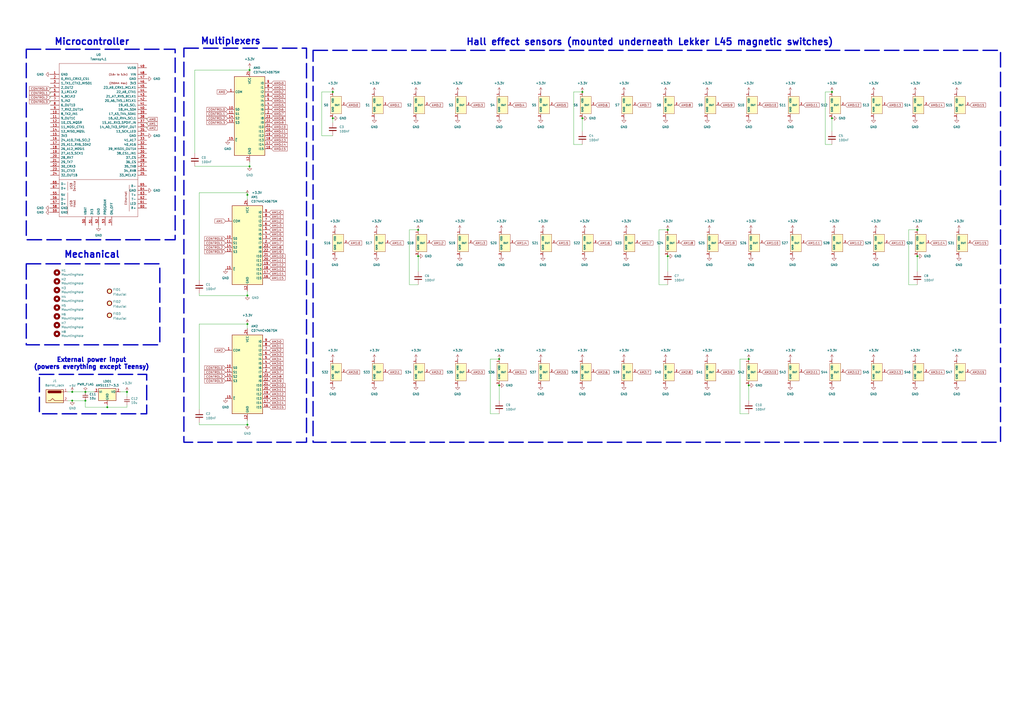
<source format=kicad_sch>
(kicad_sch (version 20231120) (generator "eeschema") (generator_version "8.0")
  (paper "A2")
  (junction (at 434.34 208.28))
  (junction (at 242.57 133.35))
  (junction (at 41.91 227.33))
  (junction (at 193.04 68.58))
  (junction (at 482.6 68.58))
  (junction (at 532.13 148.59))
  (junction (at 62.23 236.22))
  (junction (at 482.6 53.34))
  (junction (at 41.91 232.41))
  (junction (at 144.78 40.64))
  (junction (at 143.51 113.03))
  (junction (at 143.51 246.38))
  (junction (at 144.78 96.52))
  (junction (at 337.82 68.58))
  (junction (at 337.82 53.34))
  (junction (at 73.66 227.33))
  (junction (at 532.13 133.35))
  (junction (at 193.04 53.34))
  (junction (at 143.51 187.96))
  (junction (at 242.57 148.59))
  (junction (at 434.34 223.52))
  (junction (at 387.35 133.35))
  (junction (at 49.53 227.33))
  (junction (at 289.56 223.52))
  (junction (at 49.53 232.41))
  (junction (at 387.35 148.59))
  (junction (at 143.51 171.45))
  (junction (at 289.56 208.28))
  (wire (pts (xy 62.23 236.22) (xy 62.23 234.95)))
  (wire (pts (xy 289.56 223.52) (xy 289.56 232.41)))
  (wire (pts (xy 242.57 165.1) (xy 237.49 165.1)))
  (wire (pts (xy 242.57 148.59) (xy 242.57 157.48)))
  (wire (pts (xy 478.79 53.34) (xy 482.6 53.34)))
  (wire (pts (xy 186.69 53.34) (xy 193.04 53.34)))
  (wire (pts (xy 434.34 240.03) (xy 429.26 240.03)))
  (wire (pts (xy 527.05 165.1) (xy 527.05 133.35)))
  (wire (pts (xy 41.91 232.41) (xy 49.53 232.41)))
  (wire (pts (xy 49.53 232.41) (xy 49.53 236.22)))
  (wire (pts (xy 85.09 68.58) (xy 85.09 69.215)))
  (wire (pts (xy 382.27 165.1) (xy 382.27 133.35)))
  (wire (pts (xy 115.57 237.49) (xy 115.57 187.96)))
  (wire (pts (xy 115.57 187.96) (xy 143.51 187.96)))
  (wire (pts (xy 337.82 83.82) (xy 332.74 83.82)))
  (wire (pts (xy 482.6 68.58) (xy 482.6 76.2)))
  (wire (pts (xy 29.21 50.8) (xy 29.21 51.435)))
  (wire (pts (xy 382.27 133.35) (xy 387.35 133.35)))
  (wire (pts (xy 143.51 171.45) (xy 143.51 168.91)))
  (wire (pts (xy 115.57 246.38) (xy 115.57 245.11)))
  (wire (pts (xy 284.48 240.03) (xy 284.48 208.28)))
  (wire (pts (xy 193.04 78.74) (xy 186.69 78.74)))
  (wire (pts (xy 186.69 78.74) (xy 186.69 53.34)))
  (wire (pts (xy 73.66 227.33) (xy 69.85 227.33)))
  (wire (pts (xy 143.51 113.03) (xy 143.51 115.57)))
  (wire (pts (xy 527.05 133.35) (xy 532.13 133.35)))
  (wire (pts (xy 49.53 227.33) (xy 54.61 227.33)))
  (wire (pts (xy 29.21 58.42) (xy 29.21 59.055)))
  (wire (pts (xy 49.53 236.22) (xy 62.23 236.22)))
  (wire (pts (xy 115.57 111.76) (xy 143.51 111.76)))
  (wire (pts (xy 434.34 223.52) (xy 434.34 232.41)))
  (wire (pts (xy 387.35 148.59) (xy 387.35 157.48)))
  (wire (pts (xy 237.49 133.35) (xy 242.57 133.35)))
  (wire (pts (xy 429.26 208.28) (xy 434.34 208.28)))
  (wire (pts (xy 144.78 40.64) (xy 113.03 40.64)))
  (wire (pts (xy 39.37 227.33) (xy 41.91 227.33)))
  (wire (pts (xy 193.04 68.58) (xy 193.04 71.12)))
  (wire (pts (xy 237.49 165.1) (xy 237.49 133.35)))
  (wire (pts (xy 478.79 83.82) (xy 478.79 53.34)))
  (wire (pts (xy 113.03 96.52) (xy 144.78 96.52)))
  (wire (pts (xy 532.13 165.1) (xy 527.05 165.1)))
  (wire (pts (xy 387.35 165.1) (xy 382.27 165.1)))
  (wire (pts (xy 115.57 162.56) (xy 115.57 111.76)))
  (wire (pts (xy 143.51 246.38) (xy 115.57 246.38)))
  (wire (pts (xy 289.56 240.03) (xy 284.48 240.03)))
  (wire (pts (xy 532.13 148.59) (xy 532.13 157.48)))
  (wire (pts (xy 29.21 53.34) (xy 29.21 53.975)))
  (wire (pts (xy 41.91 227.33) (xy 49.53 227.33)))
  (wire (pts (xy 337.82 68.58) (xy 337.82 76.2)))
  (wire (pts (xy 73.66 236.22) (xy 62.23 236.22)))
  (wire (pts (xy 143.51 187.96) (xy 143.51 190.5)))
  (wire (pts (xy 73.66 234.95) (xy 73.66 236.22)))
  (wire (pts (xy 115.57 171.45) (xy 143.51 171.45)))
  (wire (pts (xy 73.66 229.87) (xy 73.66 227.33)))
  (wire (pts (xy 85.09 71.12) (xy 85.09 71.755)))
  (wire (pts (xy 143.51 246.38) (xy 143.51 243.84)))
  (wire (pts (xy 482.6 83.82) (xy 478.79 83.82)))
  (wire (pts (xy 113.03 40.64) (xy 113.03 88.9)))
  (wire (pts (xy 39.37 232.41) (xy 41.91 232.41)))
  (wire (pts (xy 57.15 130.81) (xy 57.15 131.445)))
  (wire (pts (xy 429.26 240.03) (xy 429.26 208.28)))
  (wire (pts (xy 85.09 73.66) (xy 85.09 74.295)))
  (wire (pts (xy 144.78 39.37) (xy 144.78 40.64)))
  (wire (pts (xy 115.57 171.45) (xy 115.57 170.18)))
  (wire (pts (xy 29.21 55.88) (xy 29.21 56.515)))
  (wire (pts (xy 143.51 113.03) (xy 143.51 111.76)))
  (wire (pts (xy 284.48 208.28) (xy 289.56 208.28)))
  (wire (pts (xy 332.74 53.34) (xy 337.82 53.34)))
  (wire (pts (xy 144.78 96.52) (xy 144.78 93.98)))
  (wire (pts (xy 332.74 83.82) (xy 332.74 53.34)))
  (rectangle (start 106.68 27.94) (end 177.8 256.54) (stroke (width 0.762) (type dash)))
  (rectangle (start 15.24 28.575) (end 101.6 139.065) (stroke (width 0.762) (type dash)))
  (rectangle (start 181.61 29.21) (end 580.39 256.54) (stroke (width 0.762) (type dash)))
  (rectangle (start 15.24 153.035) (end 92.71 200.025) (stroke (width 0.762) (type dash)))
  (rectangle (start 22.86 217.17) (end 85.09 240.03) (stroke (width 0.762) (type dash)))
  (text "Mechanical" (at 53.34 147.701 0) (effects (font (size 3.81 3.81) (thickness 0.762) (bold yes))))
  (text "Multiplexers" (at 133.858 23.876 0) (effects (font (size 3.81 3.81) (thickness 0.762) (bold yes))))
  (text "Microcontroller" (at 53.34 24.257 0) (effects (font (size 3.81 3.81) (thickness 0.762) (bold yes))))
  (text "External power input\n(powers everything except Teensy)" (at 53.086 210.82 0) (effects (font (size 2.54 2.54) (thickness 0.762) (bold yes))))
  (text "Hall effect sensors (mounted underneath Lekker L45 magnetic switches)" (at 376.936 24.384 0) (effects (font (size 3.81 3.81) (thickness 0.762) (bold yes))))
  (global_label "AM2:1" (shape input) (at 156.21 200.66 0) (property "Intersheetrefs" "${INTERSHEET_REFS}" (effects (hide yes))))
  (global_label "AM1" (shape input) (at 130.81 128.27 180) (property "Intersheetrefs" "${INTERSHEET_REFS}" (effects (hide yes))))
  (global_label "CONTROL2" (shape input) (at 29.21 56.515 180) (property "Intersheetrefs" "${INTERSHEET_REFS}" (effects (hide yes))))
  (global_label "AM0:14" (shape input) (at 157.48 83.82 0) (property "Intersheetrefs" "${INTERSHEET_REFS}" (effects (hide yes))))
  (global_label "AM2:10" (shape input) (at 156.21 223.52 0) (property "Intersheetrefs" "${INTERSHEET_REFS}" (effects (hide yes))))
  (global_label "AM2:14" (shape input) (at 156.21 233.68 0) (property "Intersheetrefs" "${INTERSHEET_REFS}" (effects (hide yes))))
  (global_label "CONTROL0" (shape input) (at 130.81 213.36 180) (property "Intersheetrefs" "${INTERSHEET_REFS}" (effects (hide yes))))
  (global_label "CONTROL1" (shape input) (at 130.81 140.97 180) (property "Intersheetrefs" "${INTERSHEET_REFS}" (effects (hide yes))))
  (global_label "AM2:14" (shape input) (at 538.48 215.9 0) (property "Intersheetrefs" "${INTERSHEET_REFS}" (effects (hide yes))))
  (global_label "AM2:4" (shape input) (at 156.21 208.28 0) (property "Intersheetrefs" "${INTERSHEET_REFS}" (effects (hide yes))))
  (global_label "AM0" (shape input) (at 132.08 53.34 180) (property "Intersheetrefs" "${INTERSHEET_REFS}" (effects (hide yes))))
  (global_label "AM1:5" (shape input) (at 156.21 135.89 0) (property "Intersheetrefs" "${INTERSHEET_REFS}" (effects (hide yes))))
  (global_label "AM0:13" (shape input) (at 157.48 81.28 0) (property "Intersheetrefs" "${INTERSHEET_REFS}" (effects (hide yes))))
  (global_label "AM2:7" (shape input) (at 156.21 215.9 0) (property "Intersheetrefs" "${INTERSHEET_REFS}" (effects (hide yes))))
  (global_label "AM0:4" (shape input) (at 297.18 60.96 0) (property "Intersheetrefs" "${INTERSHEET_REFS}" (effects (hide yes))))
  (global_label "AM2:10" (shape input) (at 441.96 215.9 0) (property "Intersheetrefs" "${INTERSHEET_REFS}" (effects (hide yes))))
  (global_label "AM0:4" (shape input) (at 157.48 58.42 0) (property "Intersheetrefs" "${INTERSHEET_REFS}" (effects (hide yes))))
  (global_label "AM2:11" (shape input) (at 156.21 226.06 0) (property "Intersheetrefs" "${INTERSHEET_REFS}" (effects (hide yes))))
  (global_label "AM1:4" (shape input) (at 298.45 140.97 0) (property "Intersheetrefs" "${INTERSHEET_REFS}" (effects (hide yes))))
  (global_label "AM2" (shape input) (at 85.09 74.295 0) (property "Intersheetrefs" "${INTERSHEET_REFS}" (effects (hide yes))))
  (global_label "CONTROL3" (shape input) (at 29.21 59.055 180) (property "Intersheetrefs" "${INTERSHEET_REFS}" (effects (hide yes))))
  (global_label "AM2:13" (shape input) (at 514.35 215.9 0) (property "Intersheetrefs" "${INTERSHEET_REFS}" (effects (hide yes))))
  (global_label "AM0:15" (shape input) (at 157.48 86.36 0) (property "Intersheetrefs" "${INTERSHEET_REFS}" (effects (hide yes))))
  (global_label "AM1:12" (shape input) (at 156.21 153.67 0) (property "Intersheetrefs" "${INTERSHEET_REFS}" (effects (hide yes))))
  (global_label "CONTROL2" (shape input) (at 130.81 143.51 180) (property "Intersheetrefs" "${INTERSHEET_REFS}" (effects (hide yes))))
  (global_label "AM0:10" (shape input) (at 441.96 60.96 0) (property "Intersheetrefs" "${INTERSHEET_REFS}" (effects (hide yes))))
  (global_label "AM0" (shape input) (at 85.09 69.215 0) (property "Intersheetrefs" "${INTERSHEET_REFS}" (effects (hide yes))))
  (global_label "AM0:6" (shape input) (at 157.48 63.5 0) (property "Intersheetrefs" "${INTERSHEET_REFS}" (effects (hide yes))))
  (global_label "AM1:2" (shape input) (at 156.21 128.27 0) (property "Intersheetrefs" "${INTERSHEET_REFS}" (effects (hide yes))))
  (global_label "AM2:4" (shape input) (at 297.18 215.9 0) (property "Intersheetrefs" "${INTERSHEET_REFS}" (effects (hide yes))))
  (global_label "AM1:6" (shape input) (at 346.71 140.97 0) (property "Intersheetrefs" "${INTERSHEET_REFS}" (effects (hide yes))))
  (global_label "AM2:0" (shape input) (at 156.21 198.12 0) (property "Intersheetrefs" "${INTERSHEET_REFS}" (effects (hide yes))))
  (global_label "AM1:1" (shape input) (at 156.21 125.73 0) (property "Intersheetrefs" "${INTERSHEET_REFS}" (effects (hide yes))))
  (global_label "AM2:9" (shape input) (at 156.21 220.98 0) (property "Intersheetrefs" "${INTERSHEET_REFS}" (effects (hide yes))))
  (global_label "AM2:8" (shape input) (at 156.21 218.44 0) (property "Intersheetrefs" "${INTERSHEET_REFS}" (effects (hide yes))))
  (global_label "AM2:0" (shape input) (at 200.66 215.9 0) (property "Intersheetrefs" "${INTERSHEET_REFS}" (effects (hide yes))))
  (global_label "AM2:9" (shape input) (at 417.83 215.9 0) (property "Intersheetrefs" "${INTERSHEET_REFS}" (effects (hide yes))))
  (global_label "CONTROL2" (shape input) (at 132.08 68.58 180) (property "Intersheetrefs" "${INTERSHEET_REFS}" (effects (hide yes))))
  (global_label "AM0:5" (shape input) (at 157.48 60.96 0) (property "Intersheetrefs" "${INTERSHEET_REFS}" (effects (hide yes))))
  (global_label "AM0:9" (shape input) (at 157.48 71.12 0) (property "Intersheetrefs" "${INTERSHEET_REFS}" (effects (hide yes))))
  (global_label "AM2:12" (shape input) (at 156.21 228.6 0) (property "Intersheetrefs" "${INTERSHEET_REFS}" (effects (hide yes))))
  (global_label "AM2:6" (shape input) (at 345.44 215.9 0) (property "Intersheetrefs" "${INTERSHEET_REFS}" (effects (hide yes))))
  (global_label "AM0:5" (shape input) (at 321.31 60.96 0) (property "Intersheetrefs" "${INTERSHEET_REFS}" (effects (hide yes))))
  (global_label "AM0:10" (shape input) (at 157.48 73.66 0) (property "Intersheetrefs" "${INTERSHEET_REFS}" (effects (hide yes))))
  (global_label "AM1:1" (shape input) (at 226.06 140.97 0) (property "Intersheetrefs" "${INTERSHEET_REFS}" (effects (hide yes))))
  (global_label "CONTROL1" (shape input) (at 130.81 215.9 180) (property "Intersheetrefs" "${INTERSHEET_REFS}" (effects (hide yes))))
  (global_label "AM0:13" (shape input) (at 514.35 60.96 0) (property "Intersheetrefs" "${INTERSHEET_REFS}" (effects (hide yes))))
  (global_label "AM0:9" (shape input) (at 417.83 60.96 0) (property "Intersheetrefs" "${INTERSHEET_REFS}" (effects (hide yes))))
  (global_label "AM1:9" (shape input) (at 419.1 140.97 0) (property "Intersheetrefs" "${INTERSHEET_REFS}" (effects (hide yes))))
  (global_label "CONTROL1" (shape input) (at 29.21 53.975 180) (property "Intersheetrefs" "${INTERSHEET_REFS}" (effects (hide yes))))
  (global_label "CONTROL0" (shape input) (at 132.08 63.5 180) (property "Intersheetrefs" "${INTERSHEET_REFS}" (effects (hide yes))))
  (global_label "AM0:8" (shape input) (at 393.7 60.96 0) (property "Intersheetrefs" "${INTERSHEET_REFS}" (effects (hide yes))))
  (global_label "AM0:11" (shape input) (at 157.48 76.2 0) (property "Intersheetrefs" "${INTERSHEET_REFS}" (effects (hide yes))))
  (global_label "AM0:14" (shape input) (at 538.48 60.96 0) (property "Intersheetrefs" "${INTERSHEET_REFS}" (effects (hide yes))))
  (global_label "AM0:3" (shape input) (at 273.05 60.96 0) (property "Intersheetrefs" "${INTERSHEET_REFS}" (effects (hide yes))))
  (global_label "AM0:0" (shape input) (at 200.66 60.96 0) (property "Intersheetrefs" "${INTERSHEET_REFS}" (effects (hide yes))))
  (global_label "AM2:1" (shape input) (at 224.79 215.9 0) (property "Intersheetrefs" "${INTERSHEET_REFS}" (effects (hide yes))))
  (global_label "AM1:11" (shape input) (at 156.21 151.13 0) (property "Intersheetrefs" "${INTERSHEET_REFS}" (effects (hide yes))))
  (global_label "AM1:15" (shape input) (at 156.21 161.29 0) (property "Intersheetrefs" "${INTERSHEET_REFS}" (effects (hide yes))))
  (global_label "AM2" (shape input) (at 130.81 203.2 180) (property "Intersheetrefs" "${INTERSHEET_REFS}" (effects (hide yes))))
  (global_label "CONTROL1" (shape input) (at 132.08 66.04 180) (property "Intersheetrefs" "${INTERSHEET_REFS}" (effects (hide yes))))
  (global_label "AM1:7" (shape input) (at 370.84 140.97 0) (property "Intersheetrefs" "${INTERSHEET_REFS}" (effects (hide yes))))
  (global_label "AM1:0" (shape input) (at 156.21 123.19 0) (property "Intersheetrefs" "${INTERSHEET_REFS}" (effects (hide yes))))
  (global_label "AM1:13" (shape input) (at 156.21 156.21 0) (property "Intersheetrefs" "${INTERSHEET_REFS}" (effects (hide yes))))
  (global_label "AM0:7" (shape input) (at 157.48 66.04 0) (property "Intersheetrefs" "${INTERSHEET_REFS}" (effects (hide yes))))
  (global_label "AM0:1" (shape input) (at 157.48 50.8 0) (property "Intersheetrefs" "${INTERSHEET_REFS}" (effects (hide yes))))
  (global_label "AM1:4" (shape input) (at 156.21 133.35 0) (property "Intersheetrefs" "${INTERSHEET_REFS}" (effects (hide yes))))
  (global_label "CONTROL3" (shape input) (at 130.81 146.05 180) (property "Intersheetrefs" "${INTERSHEET_REFS}" (effects (hide yes))))
  (global_label "AM1:11" (shape input) (at 467.36 140.97 0) (property "Intersheetrefs" "${INTERSHEET_REFS}" (effects (hide yes))))
  (global_label "AM1:3" (shape input) (at 156.21 130.81 0) (property "Intersheetrefs" "${INTERSHEET_REFS}" (effects (hide yes))))
  (global_label "AM2:7" (shape input) (at 369.57 215.9 0) (property "Intersheetrefs" "${INTERSHEET_REFS}" (effects (hide yes))))
  (global_label "AM0:8" (shape input) (at 157.48 68.58 0) (property "Intersheetrefs" "${INTERSHEET_REFS}" (effects (hide yes))))
  (global_label "AM2:15" (shape input) (at 562.61 215.9 0) (property "Intersheetrefs" "${INTERSHEET_REFS}" (effects (hide yes))))
  (global_label "CONTROL0" (shape input) (at 130.81 138.43 180) (property "Intersheetrefs" "${INTERSHEET_REFS}" (effects (hide yes))))
  (global_label "AM1:9" (shape input) (at 156.21 146.05 0) (property "Intersheetrefs" "${INTERSHEET_REFS}" (effects (hide yes))))
  (global_label "CONTROL0" (shape input) (at 29.21 51.435 180) (property "Intersheetrefs" "${INTERSHEET_REFS}" (effects (hide yes))))
  (global_label "AM2:5" (shape input) (at 156.21 210.82 0) (property "Intersheetrefs" "${INTERSHEET_REFS}" (effects (hide yes))))
  (global_label "AM2:5" (shape input) (at 321.31 215.9 0) (property "Intersheetrefs" "${INTERSHEET_REFS}" (effects (hide yes))))
  (global_label "AM1:7" (shape input) (at 156.21 140.97 0) (property "Intersheetrefs" "${INTERSHEET_REFS}" (effects (hide yes))))
  (global_label "AM1:5" (shape input) (at 322.58 140.97 0) (property "Intersheetrefs" "${INTERSHEET_REFS}" (effects (hide yes))))
  (global_label "AM1:6" (shape input) (at 156.21 138.43 0) (property "Intersheetrefs" "${INTERSHEET_REFS}" (effects (hide yes))))
  (global_label "AM0:6" (shape input) (at 345.44 60.96 0) (property "Intersheetrefs" "${INTERSHEET_REFS}" (effects (hide yes))))
  (global_label "AM2:3" (shape input) (at 156.21 205.74 0) (property "Intersheetrefs" "${INTERSHEET_REFS}" (effects (hide yes))))
  (global_label "AM0:1" (shape input) (at 224.79 60.96 0) (property "Intersheetrefs" "${INTERSHEET_REFS}" (effects (hide yes))))
  (global_label "AM2:2" (shape input) (at 248.92 215.9 0) (property "Intersheetrefs" "${INTERSHEET_REFS}" (effects (hide yes))))
  (global_label "AM0:11" (shape input) (at 466.09 60.96 0) (property "Intersheetrefs" "${INTERSHEET_REFS}" (effects (hide yes))))
  (global_label "AM0:15" (shape input) (at 562.61 60.96 0) (property "Intersheetrefs" "${INTERSHEET_REFS}" (effects (hide yes))))
  (global_label "AM1:10" (shape input) (at 156.21 148.59 0) (property "Intersheetrefs" "${INTERSHEET_REFS}" (effects (hide yes))))
  (global_label "CONTROL2" (shape input) (at 130.81 218.44 180) (property "Intersheetrefs" "${INTERSHEET_REFS}" (effects (hide yes))))
  (global_label "AM1:14" (shape input) (at 156.21 158.75 0) (property "Intersheetrefs" "${INTERSHEET_REFS}" (effects (hide yes))))
  (global_label "AM2:15" (shape input) (at 156.21 236.22 0) (property "Intersheetrefs" "${INTERSHEET_REFS}" (effects (hide yes))))
  (global_label "AM2:11" (shape input) (at 466.09 215.9 0) (property "Intersheetrefs" "${INTERSHEET_REFS}" (effects (hide yes))))
  (global_label "AM1:12" (shape input) (at 491.49 140.97 0) (property "Intersheetrefs" "${INTERSHEET_REFS}" (effects (hide yes))))
  (global_label "AM0:2" (shape input) (at 157.48 53.34 0) (property "Intersheetrefs" "${INTERSHEET_REFS}" (effects (hide yes))))
  (global_label "AM1:8" (shape input) (at 394.97 140.97 0) (property "Intersheetrefs" "${INTERSHEET_REFS}" (effects (hide yes))))
  (global_label "AM0:7" (shape input) (at 369.57 60.96 0) (property "Intersheetrefs" "${INTERSHEET_REFS}" (effects (hide yes))))
  (global_label "AM2:3" (shape input) (at 273.05 215.9 0) (property "Intersheetrefs" "${INTERSHEET_REFS}" (effects (hide yes))))
  (global_label "AM1:8" (shape input) (at 156.21 143.51 0) (property "Intersheetrefs" "${INTERSHEET_REFS}" (effects (hide yes))))
  (global_label "AM1:2" (shape input) (at 250.19 140.97 0) (property "Intersheetrefs" "${INTERSHEET_REFS}" (effects (hide yes))))
  (global_label "AM1" (shape input) (at 85.09 71.755 0) (property "Intersheetrefs" "${INTERSHEET_REFS}" (effects (hide yes))))
  (global_label "AM2:6" (shape input) (at 156.21 213.36 0) (property "Intersheetrefs" "${INTERSHEET_REFS}" (effects (hide yes))))
  (global_label "AM2:2" (shape input) (at 156.21 203.2 0) (property "Intersheetrefs" "${INTERSHEET_REFS}" (effects (hide yes))))
  (global_label "AM1:3" (shape input) (at 274.32 140.97 0) (property "Intersheetrefs" "${INTERSHEET_REFS}" (effects (hide yes))))
  (global_label "AM0:3" (shape input) (at 157.48 55.88 0) (property "Intersheetrefs" "${INTERSHEET_REFS}" (effects (hide yes))))
  (global_label "AM2:13" (shape input) (at 156.21 231.14 0) (property "Intersheetrefs" "${INTERSHEET_REFS}" (effects (hide yes))))
  (global_label "AM1:14" (shape input) (at 539.75 140.97 0) (property "Intersheetrefs" "${INTERSHEET_REFS}" (effects (hide yes))))
  (global_label "AM2:12" (shape input) (at 490.22 215.9 0) (property "Intersheetrefs" "${INTERSHEET_REFS}" (effects (hide yes))))
  (global_label "AM0:12" (shape input) (at 490.22 60.96 0) (property "Intersheetrefs" "${INTERSHEET_REFS}" (effects (hide yes))))
  (global_label "CONTROL3" (shape input) (at 130.81 220.98 180) (property "Intersheetrefs" "${INTERSHEET_REFS}" (effects (hide yes))))
  (global_label "AM1:10" (shape input) (at 443.23 140.97 0) (property "Intersheetrefs" "${INTERSHEET_REFS}" (effects (hide yes))))
  (global_label "AM1:0" (shape input) (at 201.93 140.97 0) (property "Intersheetrefs" "${INTERSHEET_REFS}" (effects (hide yes))))
  (global_label "AM1:15" (shape input) (at 563.88 140.97 0) (property "Intersheetrefs" "${INTERSHEET_REFS}" (effects (hide yes))))
  (global_label "AM0:0" (shape input) (at 157.48 48.26 0) (property "Intersheetrefs" "${INTERSHEET_REFS}" (effects (hide yes))))
  (global_label "AM0:12" (shape input) (at 157.48 78.74 0) (property "Intersheetrefs" "${INTERSHEET_REFS}" (effects (hide yes))))
  (global_label "AM1:13" (shape input) (at 515.62 140.97 0) (property "Intersheetrefs" "${INTERSHEET_REFS}" (effects (hide yes))))
  (global_label "AM2:8" (shape input) (at 393.7 215.9 0) (property "Intersheetrefs" "${INTERSHEET_REFS}" (effects (hide yes))))
  (global_label "CONTROL3" (shape input) (at 132.08 71.12 180) (property "Intersheetrefs" "${INTERSHEET_REFS}" (effects (hide yes))))
  (global_label "AM0:2" (shape input) (at 248.92 60.96 0) (property "Intersheetrefs" "${INTERSHEET_REFS}" (effects (hide yes))))
  (symbol (lib_id "Mechanical:MountingHole") (at 33.02 178.435 0) (unit 1)
    (property "Reference" "H5" (at 35.56 177.2666 0) (effects (justify left)))
    (property "Value" "MountingHole" (at 35.56 179.578 0) (effects (justify left)))
    (property "Footprint" "MountingHole:MountingHole_3.2mm_M3_Pad" (effects (hide yes)))
  )
  (symbol (lib_id "49e:Hall_Sensor") (at 436.88 215.9 0) (unit 1)
    (property "Reference" "S42" (at 431.8 215.8999 0) (effects (justify right)))
    (property "Value" "Hall_Sensor" (effects (hide yes)))
    (property "Footprint" "Package_TO_SOT_SMD:SOT-23" (effects (hide yes)))
    (property "Description" "3-pin Linear Hall Effect Sensor" (effects (hide yes)))
    (property "LCSC Part" "C266230" (effects (hide yes)))
    (property "MPN" "GH39FKSW" (effects (hide yes)))
    (property "Notes" "Alternate part: OH49E-S (C85573)" (effects (hide yes)))
  )
  (symbol (lib_id "49e:Hall_Sensor") (at 243.84 60.96 0) (unit 1)
    (property "Reference" "S2" (at 238.76 60.9599 0) (effects (justify right)))
    (property "Value" "Hall_Sensor" (effects (hide yes)))
    (property "Footprint" "Package_TO_SOT_SMD:SOT-23" (effects (hide yes)))
    (property "Description" "3-pin Linear Hall Effect Sensor" (effects (hide yes)))
    (property "LCSC Part" "C266230" (effects (hide yes)))
    (property "MPN" "GH39FKSW" (effects (hide yes)))
    (property "Notes" "Alternate part: OH49E-S (C85573)" (effects (hide yes)))
  )
  (symbol (lib_id "49e:Hall_Sensor") (at 388.62 60.96 0) (unit 1)
    (property "Reference" "S8" (at 383.54 60.9599 0) (effects (justify right)))
    (property "Value" "Hall_Sensor" (effects (hide yes)))
    (property "Footprint" "Package_TO_SOT_SMD:SOT-23" (effects (hide yes)))
    (property "Description" "3-pin Linear Hall Effect Sensor" (effects (hide yes)))
    (property "LCSC Part" "C266230" (effects (hide yes)))
    (property "MPN" "GH39FKSW" (effects (hide yes)))
    (property "Notes" "Alternate part: OH49E-S (C85573)" (effects (hide yes)))
  )
  (symbol (lib_id "power:+3.3V") (at 143.51 187.96 0) (unit 1)
    (property "Reference" "#PWR010" (effects (hide yes)))
    (property "Value" "+3.3V" (at 143.51 182.88 0))
    (property "Description" "Power symbol creates a global label with name \"+3.3V\"" (effects (hide yes)))
  )
  (symbol (lib_id "power:GND") (at 143.51 246.38 0) (unit 1)
    (property "Reference" "#PWR011" (effects (hide yes)))
    (property "Value" "GND" (at 143.51 251.46 0))
    (property "Description" "Power symbol creates a global label with name \"GND\" , ground" (effects (hide yes)))
  )
  (symbol (lib_id "power:+3.3V") (at 143.51 113.03 0) (unit 1)
    (property "Reference" "#PWR07" (effects (hide yes)))
    (property "Value" "+3.3V" (at 146.05 111.7599 0) (effects (justify left)))
    (property "Description" "Power symbol creates a global label with name \"+3.3V\"" (effects (hide yes)))
  )
  (symbol (lib_id "power:GND") (at 387.35 148.59 90) (unit 1)
    (property "Reference" "#PWR061" (effects (hide yes)))
    (property "Value" "GND" (at 391.16 148.5899 90) (effects (justify right)))
    (property "Description" "Power symbol creates a global label with name \"GND\" , ground" (effects (hide yes)))
  )
  (symbol (lib_id "Regulator_Linear:AMS1117-3.3") (at 62.23 227.33 0) (unit 1)
    (property "Reference" "LDO1" (at 62.23 221.1832 0))
    (property "Value" "AMS1117-3.3" (at 62.23 223.4946 0))
    (property "Footprint" "Package_TO_SOT_SMD:SOT-223-3_TabPin2" (effects (hide yes)))
    (property "Datasheet" "http://www.advanced-monolithic.com/pdf/ds1117.pdf" (effects (hide yes)))
    (property "LCSC Part" "C6186" (effects (hide yes)))
    (property "MPN" "AMS1117-3.3" (effects (hide yes)))
    (property "Basic Part" "True" (effects (hide yes)))
  )
  (symbol (lib_id "Device:C") (at 482.6 80.01 0) (unit 1)
    (property "Reference" "C5" (at 486.41 78.7399 0) (effects (justify left)))
    (property "Value" "100nF" (at 486.41 81.2799 0) (effects (justify left)))
    (property "Footprint" "Capacitor_SMD:C_0402_1005Metric" (effects (hide yes)))
    (property "Description" "Unpolarized capacitor" (effects (hide yes)))
  )
  (symbol (lib_id "power:GND") (at 265.43 68.58 0) (unit 1)
    (property "Reference" "#PWR019" (effects (hide yes)))
    (property "Value" "GND" (at 265.43 73.66 0))
    (property "Description" "Power symbol creates a global label with name \"GND\" , ground" (effects (hide yes)))
  )
  (symbol (lib_id "49e:Hall_Sensor") (at 557.53 60.96 0) (unit 1)
    (property "Reference" "S15" (at 552.45 60.9599 0) (effects (justify right)))
    (property "Value" "Hall_Sensor" (effects (hide yes)))
    (property "Footprint" "Package_TO_SOT_SMD:SOT-23" (effects (hide yes)))
    (property "Description" "3-pin Linear Hall Effect Sensor" (effects (hide yes)))
    (property "LCSC Part" "C266230" (effects (hide yes)))
    (property "MPN" "GH39FKSW" (effects (hide yes)))
    (property "Notes" "Alternate part: OH49E-S (C85573)" (effects (hide yes)))
  )
  (symbol (lib_id "49e:Hall_Sensor") (at 292.1 60.96 0) (unit 1)
    (property "Reference" "S4" (at 287.02 60.9599 0) (effects (justify right)))
    (property "Value" "Hall_Sensor" (effects (hide yes)))
    (property "Footprint" "Package_TO_SOT_SMD:SOT-23" (effects (hide yes)))
    (property "Description" "3-pin Linear Hall Effect Sensor" (effects (hide yes)))
    (property "LCSC Part" "C266230" (effects (hide yes)))
    (property "MPN" "GH39FKSW" (effects (hide yes)))
    (property "Notes" "Alternate part: OH49E-S (C85573)" (effects (hide yes)))
  )
  (symbol (lib_id "power:+3.3V") (at 242.57 133.35 0) (unit 1)
    (property "Reference" "#PWR048" (effects (hide yes)))
    (property "Value" "+3.3V" (at 242.57 128.27 0))
    (property "Description" "Power symbol creates a global label with name \"+3.3V\"" (effects (hide yes)))
  )
  (symbol (lib_id "Device:C_Small") (at 49.53 229.87 0) (unit 1)
    (property "Reference" "C11" (at 51.8668 228.7016 0) (effects (justify left)))
    (property "Value" "10u" (at 51.8668 231.013 0) (effects (justify left)))
    (property "Footprint" "Capacitor_SMD:C_0402_1005Metric" (effects (hide yes)))
    (property "MPN" "CL05A106MQ5NUNC" (effects (hide yes)))
    (property "LCSC Part" "C15525" (effects (hide yes)))
    (property "Basic Part" "True" (effects (hide yes)))
  )
  (symbol (lib_id "Mechanical:Fiducial") (at 63.5 182.88 0) (unit 1)
    (property "Reference" "FID3" (at 65.659 181.9715 0) (effects (justify left)))
    (property "Value" "Fiducial" (at 65.659 184.7466 0) (effects (justify left)))
    (property "Footprint" "Fiducial:Fiducial_1mm_Mask2mm" (effects (hide yes)))
  )
  (symbol (lib_id "power:+3.3V") (at 554.99 53.34 0) (unit 1)
    (property "Reference" "#PWR042" (effects (hide yes)))
    (property "Value" "+3.3V" (at 554.99 48.26 0))
    (property "Description" "Power symbol creates a global label with name \"+3.3V\"" (effects (hide yes)))
  )
  (symbol (lib_id "power:+3.3V") (at 482.6 208.28 0) (unit 1)
    (property "Reference" "#PWR0100" (effects (hide yes)))
    (property "Value" "+3.3V" (at 482.6 203.2 0))
    (property "Description" "Power symbol creates a global label with name \"+3.3V\"" (effects (hide yes)))
  )
  (symbol (lib_id "Device:C") (at 115.57 241.3 0) (unit 1)
    (property "Reference" "C2" (at 119.38 240.0299 0) (effects (justify left)))
    (property "Value" "100nF" (at 119.38 242.5699 0) (effects (justify left)))
    (property "Footprint" "Capacitor_SMD:C_0402_1005Metric" (effects (hide yes)))
    (property "Description" "Unpolarized capacitor" (effects (hide yes)))
  )
  (symbol (lib_id "power:GND") (at 194.31 148.59 0) (unit 1)
    (property "Reference" "#PWR045" (effects (hide yes)))
    (property "Value" "GND" (at 194.31 153.67 0))
    (property "Description" "Power symbol creates a global label with name \"GND\" , ground" (effects (hide yes)))
  )
  (symbol (lib_id "power:GND") (at 85.09 78.74 90) (unit 1)
    (property "Reference" "#PWR0109" (effects (hide yes)))
    (property "Value" "GND" (at 88.9 78.7399 90) (effects (justify right)))
    (property "Description" "Power symbol creates a global label with name \"GND\" , ground" (effects (hide yes)))
  )
  (symbol (lib_id "49e:Hall_Sensor") (at 219.71 60.96 0) (unit 1)
    (property "Reference" "S1" (at 214.63 60.9599 0) (effects (justify right)))
    (property "Value" "Hall_Sensor" (effects (hide yes)))
    (property "Footprint" "Package_TO_SOT_SMD:SOT-23" (effects (hide yes)))
    (property "Description" "3-pin Linear Hall Effect Sensor" (effects (hide yes)))
    (property "LCSC Part" "C266230" (effects (hide yes)))
    (property "MPN" "GH39FKSW" (effects (hide yes)))
    (property "Notes" "Alternate part: OH49E-S (C85573)" (effects (hide yes)))
  )
  (symbol (lib_id "49e:Hall_Sensor") (at 510.54 140.97 0) (unit 1)
    (property "Reference" "S29" (at 505.46 140.9699 0) (effects (justify right)))
    (property "Value" "Hall_Sensor" (effects (hide yes)))
    (property "Footprint" "Package_TO_SOT_SMD:SOT-23" (effects (hide yes)))
    (property "Description" "3-pin Linear Hall Effect Sensor" (effects (hide yes)))
    (property "LCSC Part" "C266230" (effects (hide yes)))
    (property "MPN" "GH39FKSW" (effects (hide yes)))
    (property "Notes" "Alternate part: OH49E-S (C85573)" (effects (hide yes)))
  )
  (symbol (lib_id "power:GND") (at 361.95 223.52 0) (unit 1)
    (property "Reference" "#PWR091" (effects (hide yes)))
    (property "Value" "GND" (at 361.95 228.6 0))
    (property "Description" "Power symbol creates a global label with name \"GND\" , ground" (effects (hide yes)))
  )
  (symbol (lib_id "Device:C") (at 434.34 236.22 0) (unit 1)
    (property "Reference" "C10" (at 438.15 234.9499 0) (effects (justify left)))
    (property "Value" "100nF" (at 438.15 237.4899 0) (effects (justify left)))
    (property "Footprint" "Capacitor_SMD:C_0402_1005Metric" (effects (hide yes)))
    (property "Description" "Unpolarized capacitor" (effects (hide yes)))
  )
  (symbol (lib_id "74xx:CD74HC4067SM") (at 143.51 215.9 0) (unit 1)
    (property "Reference" "AM2" (at 145.7041 189.23 0) (effects (justify left)))
    (property "Value" "CD74HC4067SM" (at 145.7041 191.77 0) (effects (justify left)))
    (property "Footprint" "Package_SO:SSOP-24_5.3x8.2mm_P0.65mm" (effects (hide yes)))
    (property "Datasheet" "http://www.ti.com/lit/ds/symlink/cd74hc4067.pdf" (effects (hide yes)))
    (property "Description" "High-Speed CMOS Logic 16-Channel Analog Multiplexer/Demultiplexer, SSOP-24" (effects (hide yes)))
  )
  (symbol (lib_id "power:+3.3V") (at 73.66 227.33 0) (unit 1)
    (property "Reference" "#PWR0116" (effects (hide yes)))
    (property "Value" "+3.3V" (at 73.66 222.25 0))
    (property "Description" "Power symbol creates a global label with name \"+3.3V\"" (effects (hide yes)))
  )
  (symbol (lib_id "49e:Hall_Sensor") (at 316.23 60.96 0) (unit 1)
    (property "Reference" "S5" (at 311.15 60.9599 0) (effects (justify right)))
    (property "Value" "Hall_Sensor" (effects (hide yes)))
    (property "Footprint" "Package_TO_SOT_SMD:SOT-23" (effects (hide yes)))
    (property "Description" "3-pin Linear Hall Effect Sensor" (effects (hide yes)))
    (property "LCSC Part" "C266230" (effects (hide yes)))
    (property "MPN" "GH39FKSW" (effects (hide yes)))
    (property "Notes" "Alternate part: OH49E-S (C85573)" (effects (hide yes)))
  )
  (symbol (lib_id "power:GND") (at 313.69 223.52 0) (unit 1)
    (property "Reference" "#PWR087" (effects (hide yes)))
    (property "Value" "GND" (at 313.69 228.6 0))
    (property "Description" "Power symbol creates a global label with name \"GND\" , ground" (effects (hide yes)))
  )
  (symbol (lib_id "power:GND") (at 530.86 223.52 0) (unit 1)
    (property "Reference" "#PWR0105" (effects (hide yes)))
    (property "Value" "GND" (at 530.86 228.6 0))
    (property "Description" "Power symbol creates a global label with name \"GND\" , ground" (effects (hide yes)))
  )
  (symbol (lib_id "49e:Hall_Sensor") (at 220.98 140.97 0) (unit 1)
    (property "Reference" "S17" (at 215.9 140.9699 0) (effects (justify right)))
    (property "Value" "Hall_Sensor" (effects (hide yes)))
    (property "Footprint" "Package_TO_SOT_SMD:SOT-23" (effects (hide yes)))
    (property "Description" "3-pin Linear Hall Effect Sensor" (effects (hide yes)))
    (property "LCSC Part" "C266230" (effects (hide yes)))
    (property "MPN" "GH39FKSW" (effects (hide yes)))
    (property "Notes" "Alternate part: OH49E-S (C85573)" (effects (hide yes)))
  )
  (symbol (lib_id "49e:Hall_Sensor") (at 293.37 140.97 0) (unit 1)
    (property "Reference" "S20" (at 288.29 140.9699 0) (effects (justify right)))
    (property "Value" "Hall_Sensor" (effects (hide yes)))
    (property "Footprint" "Package_TO_SOT_SMD:SOT-23" (effects (hide yes)))
    (property "Description" "3-pin Linear Hall Effect Sensor" (effects (hide yes)))
    (property "LCSC Part" "C266230" (effects (hide yes)))
    (property "MPN" "GH39FKSW" (effects (hide yes)))
    (property "Notes" "Alternate part: OH49E-S (C85573)" (effects (hide yes)))
  )
  (symbol (lib_id "power:GND") (at 266.7 148.59 0) (unit 1)
    (property "Reference" "#PWR051" (effects (hide yes)))
    (property "Value" "GND" (at 266.7 153.67 0))
    (property "Description" "Power symbol creates a global label with name \"GND\" , ground" (effects (hide yes)))
  )
  (symbol (lib_id "49e:Hall_Sensor") (at 340.36 215.9 0) (unit 1)
    (property "Reference" "S38" (at 335.28 215.8999 0) (effects (justify right)))
    (property "Value" "Hall_Sensor" (effects (hide yes)))
    (property "Footprint" "Package_TO_SOT_SMD:SOT-23" (effects (hide yes)))
    (property "Description" "3-pin Linear Hall Effect Sensor" (effects (hide yes)))
    (property "LCSC Part" "C266230" (effects (hide yes)))
    (property "MPN" "GH39FKSW" (effects (hide yes)))
    (property "Notes" "Alternate part: OH49E-S (C85573)" (effects (hide yes)))
  )
  (symbol (lib_id "power:+3.3V") (at 193.04 53.34 0) (unit 1)
    (property "Reference" "#PWR012" (effects (hide yes)))
    (property "Value" "+3.3V" (at 193.04 48.26 0))
    (property "Description" "Power symbol creates a global label with name \"+3.3V\"" (effects (hide yes)))
  )
  (symbol (lib_id "power:GND") (at 506.73 68.58 0) (unit 1)
    (property "Reference" "#PWR039" (effects (hide yes)))
    (property "Value" "GND" (at 506.73 73.66 0))
    (property "Description" "Power symbol creates a global label with name \"GND\" , ground" (effects (hide yes)))
  )
  (symbol (lib_id "49e:Hall_Sensor") (at 436.88 60.96 0) (unit 1)
    (property "Reference" "S10" (at 431.8 60.9599 0) (effects (justify right)))
    (property "Value" "Hall_Sensor" (effects (hide yes)))
    (property "Footprint" "Package_TO_SOT_SMD:SOT-23" (effects (hide yes)))
    (property "Description" "3-pin Linear Hall Effect Sensor" (effects (hide yes)))
    (property "LCSC Part" "C266230" (effects (hide yes)))
    (property "MPN" "GH39FKSW" (effects (hide yes)))
    (property "Notes" "Alternate part: OH49E-S (C85573)" (effects (hide yes)))
  )
  (symbol (lib_id "power:GND") (at 85.09 45.72 90) (unit 1)
    (property "Reference" "#PWR0110" (effects (hide yes)))
    (property "Value" "GND" (at 88.9 45.7199 90) (effects (justify right)))
    (property "Description" "Power symbol creates a global label with name \"GND\" , ground" (effects (hide yes)))
  )
  (symbol (lib_id "power:+3.3V") (at 508 133.35 0) (unit 1)
    (property "Reference" "#PWR070" (effects (hide yes)))
    (property "Value" "+3.3V" (at 508 128.27 0))
    (property "Description" "Power symbol creates a global label with name \"+3.3V\"" (effects (hide yes)))
  )
  (symbol (lib_id "power:GND") (at 217.17 223.52 0) (unit 1)
    (property "Reference" "#PWR079" (effects (hide yes)))
    (property "Value" "GND" (at 217.17 228.6 0))
    (property "Description" "Power symbol creates a global label with name \"GND\" , ground" (effects (hide yes)))
  )
  (symbol (lib_id "power:GND") (at 459.74 148.59 0) (unit 1)
    (property "Reference" "#PWR067" (effects (hide yes)))
    (property "Value" "GND" (at 459.74 153.67 0))
    (property "Description" "Power symbol creates a global label with name \"GND\" , ground" (effects (hide yes)))
  )
  (symbol (lib_id "49e:Hall_Sensor") (at 267.97 215.9 0) (unit 1)
    (property "Reference" "S35" (at 262.89 215.8999 0) (effects (justify right)))
    (property "Value" "Hall_Sensor" (effects (hide yes)))
    (property "Footprint" "Package_TO_SOT_SMD:SOT-23" (effects (hide yes)))
    (property "Description" "3-pin Linear Hall Effect Sensor" (effects (hide yes)))
    (property "LCSC Part" "C266230" (effects (hide yes)))
    (property "MPN" "GH39FKSW" (effects (hide yes)))
    (property "Notes" "Alternate part: OH49E-S (C85573)" (effects (hide yes)))
  )
  (symbol (lib_id "Mechanical:MountingHole") (at 33.02 183.515 0) (unit 1)
    (property "Reference" "H6" (at 35.56 182.3466 0) (effects (justify left)))
    (property "Value" "MountingHole" (at 35.56 184.658 0) (effects (justify left)))
    (property "Footprint" "MountingHole:MountingHole_3.2mm_M3_Pad" (effects (hide yes)))
  )
  (symbol (lib_id "Device:C_Small") (at 73.66 232.41 0) (unit 1)
    (property "Reference" "C12" (at 75.9968 231.2416 0) (effects (justify left)))
    (property "Value" "10u" (at 75.9968 233.553 0) (effects (justify left)))
    (property "Footprint" "Capacitor_SMD:C_0402_1005Metric" (effects (hide yes)))
    (property "MPN" "CL05A106MQ5NUNC" (effects (hide yes)))
    (property "LCSC Part" "C15525" (effects (hide yes)))
    (property "Basic Part" "True" (effects (hide yes)))
  )
  (symbol (lib_id "power:GND") (at 554.99 68.58 0) (unit 1)
    (property "Reference" "#PWR043" (effects (hide yes)))
    (property "Value" "GND" (at 554.99 73.66 0))
    (property "Description" "Power symbol creates a global label with name \"GND\" , ground" (effects (hide yes)))
  )
  (symbol (lib_id "power:+3.3V") (at 266.7 133.35 0) (unit 1)
    (property "Reference" "#PWR050" (effects (hide yes)))
    (property "Value" "+3.3V" (at 266.7 128.27 0))
    (property "Description" "Power symbol creates a global label with name \"+3.3V\"" (effects (hide yes)))
  )
  (symbol (lib_id "power:GND") (at 265.43 223.52 0) (unit 1)
    (property "Reference" "#PWR083" (effects (hide yes)))
    (property "Value" "GND" (at 265.43 228.6 0))
    (property "Description" "Power symbol creates a global label with name \"GND\" , ground" (effects (hide yes)))
  )
  (symbol (lib_id "Device:C") (at 242.57 161.29 0) (unit 1)
    (property "Reference" "C6" (at 246.38 160.0199 0) (effects (justify left)))
    (property "Value" "100nF" (at 246.38 162.5599 0) (effects (justify left)))
    (property "Footprint" "Capacitor_SMD:C_0402_1005Metric" (effects (hide yes)))
    (property "Description" "Unpolarized capacitor" (effects (hide yes)))
  )
  (symbol (lib_id "power:+3.3V") (at 144.78 39.37 0) (unit 1)
    (property "Reference" "#PWR05" (effects (hide yes)))
    (property "Value" "+3.3V" (at 144.78 34.29 0))
    (property "Description" "Power symbol creates a global label with name \"+3.3V\"" (effects (hide yes)))
  )
  (symbol (lib_id "power:GND") (at 130.81 231.14 0) (unit 1)
    (property "Reference" "#PWR09" (effects (hide yes)))
    (property "Value" "GND" (at 130.81 236.22 0))
    (property "Description" "Power symbol creates a global label with name \"GND\" , ground" (effects (hide yes)))
  )
  (symbol (lib_id "49e:Hall_Sensor") (at 341.63 140.97 0) (unit 1)
    (property "Reference" "S22" (at 336.55 140.9699 0) (effects (justify right)))
    (property "Value" "Hall_Sensor" (effects (hide yes)))
    (property "Footprint" "Package_TO_SOT_SMD:SOT-23" (effects (hide yes)))
    (property "Description" "3-pin Linear Hall Effect Sensor" (effects (hide yes)))
    (property "LCSC Part" "C266230" (effects (hide yes)))
    (property "MPN" "GH39FKSW" (effects (hide yes)))
    (property "Notes" "Alternate part: OH49E-S (C85573)" (effects (hide yes)))
  )
  (symbol (lib_id "49e:Hall_Sensor") (at 558.8 140.97 0) (unit 1)
    (property "Reference" "S31" (at 553.72 140.9699 0) (effects (justify right)))
    (property "Value" "Hall_Sensor" (effects (hide yes)))
    (property "Footprint" "Package_TO_SOT_SMD:SOT-23" (effects (hide yes)))
    (property "Description" "3-pin Linear Hall Effect Sensor" (effects (hide yes)))
    (property "LCSC Part" "C266230" (effects (hide yes)))
    (property "MPN" "GH39FKSW" (effects (hide yes)))
    (property "Notes" "Alternate part: OH49E-S (C85573)" (effects (hide yes)))
  )
  (symbol (lib_id "49e:Hall_Sensor") (at 196.85 140.97 0) (unit 1)
    (property "Reference" "S16" (at 191.77 140.9699 0) (effects (justify right)))
    (property "Value" "Hall_Sensor" (effects (hide yes)))
    (property "Footprint" "Package_TO_SOT_SMD:SOT-23" (effects (hide yes)))
    (property "Description" "3-pin Linear Hall Effect Sensor" (effects (hide yes)))
    (property "LCSC Part" "C266230" (effects (hide yes)))
    (property "MPN" "GH39FKSW" (effects (hide yes)))
    (property "Notes" "Alternate part: OH49E-S (C85573)" (effects (hide yes)))
  )
  (symbol (lib_id "power:+3.3V") (at 339.09 133.35 0) (unit 1)
    (property "Reference" "#PWR056" (effects (hide yes)))
    (property "Value" "+3.3V" (at 339.09 128.27 0))
    (property "Description" "Power symbol creates a global label with name \"+3.3V\"" (effects (hide yes)))
  )
  (symbol (lib_id "power:+3.3V") (at 337.82 208.28 0) (unit 1)
    (property "Reference" "#PWR088" (effects (hide yes)))
    (property "Value" "+3.3V" (at 337.82 203.2 0))
    (property "Description" "Power symbol creates a global label with name \"+3.3V\"" (effects (hide yes)))
  )
  (symbol (lib_id "power:GND") (at 193.04 68.58 90) (unit 1)
    (property "Reference" "#PWR013" (effects (hide yes)))
    (property "Value" "GND" (at 196.85 68.5799 90) (effects (justify right)))
    (property "Description" "Power symbol creates a global label with name \"GND\" , ground" (effects (hide yes)))
  )
  (symbol (lib_id "power:+3.3V") (at 410.21 53.34 0) (unit 1)
    (property "Reference" "#PWR030" (effects (hide yes)))
    (property "Value" "+3.3V" (at 410.21 48.26 0))
    (property "Description" "Power symbol creates a global label with name \"+3.3V\"" (effects (hide yes)))
  )
  (symbol (lib_id "power:GND") (at 29.21 123.19 270) (unit 1)
    (property "Reference" "#PWR0113" (effects (hide yes)))
    (property "Value" "GND" (at 25.4 123.1899 90) (effects (justify right)))
    (property "Description" "Power symbol creates a global label with name \"GND\" , ground" (effects (hide yes)))
  )
  (symbol (lib_id "49e:Hall_Sensor") (at 533.4 60.96 0) (unit 1)
    (property "Reference" "S14" (at 528.32 60.9599 0) (effects (justify right)))
    (property "Value" "Hall_Sensor" (effects (hide yes)))
    (property "Footprint" "Package_TO_SOT_SMD:SOT-23" (effects (hide yes)))
    (property "Description" "3-pin Linear Hall Effect Sensor" (effects (hide yes)))
    (property "LCSC Part" "C266230" (effects (hide yes)))
    (property "MPN" "GH39FKSW" (effects (hide yes)))
    (property "Notes" "Alternate part: OH49E-S (C85573)" (effects (hide yes)))
  )
  (symbol (lib_id "power:GND") (at 532.13 148.59 90) (unit 1)
    (property "Reference" "#PWR073" (effects (hide yes)))
    (property "Value" "GND" (at 535.94 148.5899 90) (effects (justify right)))
    (property "Description" "Power symbol creates a global label with name \"GND\" , ground" (effects (hide yes)))
  )
  (symbol (lib_id "49e:Hall_Sensor") (at 316.23 215.9 0) (unit 1)
    (property "Reference" "S37" (at 311.15 215.8999 0) (effects (justify right)))
    (property "Value" "Hall_Sensor" (effects (hide yes)))
    (property "Footprint" "Package_TO_SOT_SMD:SOT-23" (effects (hide yes)))
    (property "Description" "3-pin Linear Hall Effect Sensor" (effects (hide yes)))
    (property "LCSC Part" "C266230" (effects (hide yes)))
    (property "MPN" "GH39FKSW" (effects (hide yes)))
    (property "Notes" "Alternate part: OH49E-S (C85573)" (effects (hide yes)))
  )
  (symbol (lib_id "power:+3.3V") (at 193.04 208.28 0) (unit 1)
    (property "Reference" "#PWR076" (effects (hide yes)))
    (property "Value" "+3.3V" (at 193.04 203.2 0))
    (property "Description" "Power symbol creates a global label with name \"+3.3V\"" (effects (hide yes)))
  )
  (symbol (lib_id "Device:C") (at 115.57 166.37 0) (unit 1)
    (property "Reference" "C1" (at 119.38 165.0999 0) (effects (justify left)))
    (property "Value" "100nF" (at 119.38 167.6399 0) (effects (justify left)))
    (property "Footprint" "Capacitor_SMD:C_0402_1005Metric" (effects (hide yes)))
    (property "Description" "Unpolarized capacitor" (effects (hide yes)))
  )
  (symbol (lib_id "49e:Hall_Sensor") (at 485.14 215.9 0) (unit 1)
    (property "Reference" "S44" (at 480.06 215.8999 0) (effects (justify right)))
    (property "Value" "Hall_Sensor" (effects (hide yes)))
    (property "Footprint" "Package_TO_SOT_SMD:SOT-23" (effects (hide yes)))
    (property "Description" "3-pin Linear Hall Effect Sensor" (effects (hide yes)))
    (property "LCSC Part" "C266230" (effects (hide yes)))
    (property "MPN" "GH39FKSW" (effects (hide yes)))
    (property "Notes" "Alternate part: OH49E-S (C85573)" (effects (hide yes)))
  )
  (symbol (lib_id "power:GND") (at 143.51 171.45 0) (unit 1)
    (property "Reference" "#PWR08" (effects (hide yes)))
    (property "Value" "GND" (at 146.05 172.7199 0) (effects (justify left)))
    (property "Description" "Power symbol creates a global label with name \"GND\" , ground" (effects (hide yes)))
  )
  (symbol (lib_id "power:GND") (at 458.47 223.52 0) (unit 1)
    (property "Reference" "#PWR099" (effects (hide yes)))
    (property "Value" "GND" (at 458.47 228.6 0))
    (property "Description" "Power symbol creates a global label with name \"GND\" , ground" (effects (hide yes)))
  )
  (symbol (lib_id "power:GND") (at 193.04 223.52 0) (unit 1)
    (property "Reference" "#PWR077" (effects (hide yes)))
    (property "Value" "GND" (at 193.04 228.6 0))
    (property "Description" "Power symbol creates a global label with name \"GND\" , ground" (effects (hide yes)))
  )
  (symbol (lib_id "power:+3.3V") (at 483.87 133.35 0) (unit 1)
    (property "Reference" "#PWR068" (effects (hide yes)))
    (property "Value" "+3.3V" (at 483.87 128.27 0))
    (property "Description" "Power symbol creates a global label with name \"+3.3V\"" (effects (hide yes)))
  )
  (symbol (lib_id "74xx:CD74HC4067SM") (at 144.78 66.04 0) (unit 1)
    (property "Reference" "AM0" (at 146.9741 39.37 0) (effects (justify left)))
    (property "Value" "CD74HC4067SM" (at 146.9741 41.91 0) (effects (justify left)))
    (property "Footprint" "Package_SO:SSOP-24_5.3x8.2mm_P0.65mm" (effects (hide yes)))
    (property "Datasheet" "http://www.ti.com/lit/ds/symlink/cd74hc4067.pdf" (effects (hide yes)))
    (property "Description" "High-Speed CMOS Logic 16-Channel Analog Multiplexer/Demultiplexer, SSOP-24" (effects (hide yes)))
  )
  (symbol (lib_id "Device:C") (at 193.04 74.93 0) (unit 1)
    (property "Reference" "C3" (at 196.85 73.6599 0) (effects (justify left)))
    (property "Value" "100nF" (at 196.85 76.1999 0) (effects (justify left)))
    (property "Footprint" "Capacitor_SMD:C_0402_1005Metric" (effects (hide yes)))
    (property "Description" "Unpolarized capacitor" (effects (hide yes)))
  )
  (symbol (lib_id "49e:Hall_Sensor") (at 485.14 60.96 0) (unit 1)
    (property "Reference" "S12" (at 480.06 60.9599 0) (effects (justify right)))
    (property "Value" "Hall_Sensor" (effects (hide yes)))
    (property "Footprint" "Package_TO_SOT_SMD:SOT-23" (effects (hide yes)))
    (property "Description" "3-pin Linear Hall Effect Sensor" (effects (hide yes)))
    (property "LCSC Part" "C266230" (effects (hide yes)))
    (property "MPN" "GH39FKSW" (effects (hide yes)))
    (property "Notes" "Alternate part: OH49E-S (C85573)" (effects (hide yes)))
  )
  (symbol (lib_id "power:+3.3V") (at 361.95 53.34 0) (unit 1)
    (property "Reference" "#PWR026" (effects (hide yes)))
    (property "Value" "+3.3V" (at 361.95 48.26 0))
    (property "Description" "Power symbol creates a global label with name \"+3.3V\"" (effects (hide yes)))
  )
  (symbol (lib_id "power:GND") (at 241.3 68.58 0) (unit 1)
    (property "Reference" "#PWR017" (effects (hide yes)))
    (property "Value" "GND" (at 241.3 73.66 0))
    (property "Description" "Power symbol creates a global label with name \"GND\" , ground" (effects (hide yes)))
  )
  (symbol (lib_id "49e:Hall_Sensor") (at 412.75 60.96 0) (unit 1)
    (property "Reference" "S9" (at 407.67 60.9599 0) (effects (justify right)))
    (property "Value" "Hall_Sensor" (effects (hide yes)))
    (property "Footprint" "Package_TO_SOT_SMD:SOT-23" (effects (hide yes)))
    (property "Description" "3-pin Linear Hall Effect Sensor" (effects (hide yes)))
    (property "LCSC Part" "C266230" (effects (hide yes)))
    (property "MPN" "GH39FKSW" (effects (hide yes)))
    (property "Notes" "Alternate part: OH49E-S (C85573)" (effects (hide yes)))
  )
  (symbol (lib_id "power:GND") (at 241.3 223.52 0) (unit 1)
    (property "Reference" "#PWR081" (effects (hide yes)))
    (property "Value" "GND" (at 241.3 228.6 0))
    (property "Description" "Power symbol creates a global label with name \"GND\" , ground" (effects (hide yes)))
  )
  (symbol (lib_id "power:+3.3V") (at 410.21 208.28 0) (unit 1)
    (property "Reference" "#PWR094" (effects (hide yes)))
    (property "Value" "+3.3V" (at 410.21 203.2 0))
    (property "Description" "Power symbol creates a global label with name \"+3.3V\"" (effects (hide yes)))
  )
  (symbol (lib_id "power:+3.3V") (at 411.48 133.35 0) (unit 1)
    (property "Reference" "#PWR062" (effects (hide yes)))
    (property "Value" "+3.3V" (at 411.48 128.27 0))
    (property "Description" "Power symbol creates a global label with name \"+3.3V\"" (effects (hide yes)))
  )
  (symbol (lib_id "Mechanical:MountingHole") (at 33.02 193.675 0) (unit 1)
    (property "Reference" "H8" (at 35.56 192.5066 0) (effects (justify left)))
    (property "Value" "MountingHole" (at 35.56 194.818 0) (effects (justify left)))
    (property "Footprint" "MountingHole:MountingHole_3.2mm_M3_Pad" (effects (hide yes)))
  )
  (symbol (lib_id "power:+3.3V") (at 532.13 133.35 0) (unit 1)
    (property "Reference" "#PWR072" (effects (hide yes)))
    (property "Value" "+3.3V" (at 532.13 128.27 0))
    (property "Description" "Power symbol creates a global label with name \"+3.3V\"" (effects (hide yes)))
  )
  (symbol (lib_id "power:GND") (at 386.08 223.52 0) (unit 1)
    (property "Reference" "#PWR093" (effects (hide yes)))
    (property "Value" "GND" (at 386.08 228.6 0))
    (property "Description" "Power symbol creates a global label with name \"GND\" , ground" (effects (hide yes)))
  )
  (symbol (lib_id "power:+3.3V") (at 386.08 208.28 0) (unit 1)
    (property "Reference" "#PWR092" (effects (hide yes)))
    (property "Value" "+3.3V" (at 386.08 203.2 0))
    (property "Description" "Power symbol creates a global label with name \"+3.3V\"" (effects (hide yes)))
  )
  (symbol (lib_id "power:GND") (at 458.47 68.58 0) (unit 1)
    (property "Reference" "#PWR035" (effects (hide yes)))
    (property "Value" "GND" (at 458.47 73.66 0))
    (property "Description" "Power symbol creates a global label with name \"GND\" , ground" (effects (hide yes)))
  )
  (symbol (lib_id "49e:Hall_Sensor") (at 267.97 60.96 0) (unit 1)
    (property "Reference" "S3" (at 262.89 60.9599 0) (effects (justify right)))
    (property "Value" "Hall_Sensor" (effects (hide yes)))
    (property "Footprint" "Package_TO_SOT_SMD:SOT-23" (effects (hide yes)))
    (property "Description" "3-pin Linear Hall Effect Sensor" (effects (hide yes)))
    (property "LCSC Part" "C266230" (effects (hide yes)))
    (property "MPN" "GH39FKSW" (effects (hide yes)))
    (property "Notes" "Alternate part: OH49E-S (C85573)" (effects (hide yes)))
  )
  (symbol (lib_id "49e:Hall_Sensor") (at 388.62 215.9 0) (unit 1)
    (property "Reference" "S40" (at 383.54 215.8999 0) (effects (justify right)))
    (property "Value" "Hall_Sensor" (effects (hide yes)))
    (property "Footprint" "Package_TO_SOT_SMD:SOT-23" (effects (hide yes)))
    (property "Description" "3-pin Linear Hall Effect Sensor" (effects (hide yes)))
    (property "LCSC Part" "C266230" (effects (hide yes)))
    (property "MPN" "GH39FKSW" (effects (hide yes)))
    (property "Notes" "Alternate part: OH49E-S (C85573)" (effects (hide yes)))
  )
  (symbol (lib_id "power:+3.3V") (at 459.74 133.35 0) (unit 1)
    (property "Reference" "#PWR066" (effects (hide yes)))
    (property "Value" "+3.3V" (at 459.74 128.27 0))
    (property "Description" "Power symbol creates a global label with name \"+3.3V\"" (effects (hide yes)))
  )
  (symbol (lib_id "power:+3.3V") (at 337.82 53.34 0) (unit 1)
    (property "Reference" "#PWR024" (effects (hide yes)))
    (property "Value" "+3.3V" (at 337.82 48.26 0))
    (property "Description" "Power symbol creates a global label with name \"+3.3V\"" (effects (hide yes)))
  )
  (symbol (lib_id "Mechanical:MountingHole") (at 33.02 163.195 0) (unit 1)
    (property "Reference" "H2" (at 35.56 162.0266 0) (effects (justify left)))
    (property "Value" "MountingHole" (at 35.56 164.338 0) (effects (justify left)))
    (property "Footprint" "MountingHole:MountingHole_3.2mm_M3_Pad" (effects (hide yes)))
  )
  (symbol (lib_id "teensy:Teensy4.1") (at 57.15 97.79 0) (unit 1)
    (property "Reference" "U0" (at 57.15 31.75 0))
    (property "Value" "Teensy4.1" (at 57.15 34.29 0))
    (property "Footprint" "teensy:Teensy41" (effects (hide yes)))
  )
  (symbol (lib_id "power:+3.3V") (at 265.43 208.28 0) (unit 1)
    (property "Reference" "#PWR082" (effects (hide yes)))
    (property "Value" "+3.3V" (at 265.43 203.2 0))
    (property "Description" "Power symbol creates a global label with name \"+3.3V\"" (effects (hide yes)))
  )
  (symbol (lib_id "49e:Hall_Sensor") (at 533.4 215.9 0) (unit 1)
    (property "Reference" "S46" (at 528.32 215.8999 0) (effects (justify right)))
    (property "Value" "Hall_Sensor" (effects (hide yes)))
    (property "Footprint" "Package_TO_SOT_SMD:SOT-23" (effects (hide yes)))
    (property "Description" "3-pin Linear Hall Effect Sensor" (effects (hide yes)))
    (property "LCSC Part" "C266230" (effects (hide yes)))
    (property "MPN" "GH39FKSW" (effects (hide yes)))
    (property "Notes" "Alternate part: OH49E-S (C85573)" (effects (hide yes)))
  )
  (symbol (lib_id "power:+3.3V") (at 530.86 53.34 0) (unit 1)
    (property "Reference" "#PWR040" (effects (hide yes)))
    (property "Value" "+3.3V" (at 530.86 48.26 0))
    (property "Description" "Power symbol creates a global label with name \"+3.3V\"" (effects (hide yes)))
  )
  (symbol (lib_id "49e:Hall_Sensor") (at 364.49 215.9 0) (unit 1)
    (property "Reference" "S39" (at 359.41 215.8999 0) (effects (justify right)))
    (property "Value" "Hall_Sensor" (effects (hide yes)))
    (property "Footprint" "Package_TO_SOT_SMD:SOT-23" (effects (hide yes)))
    (property "Description" "3-pin Linear Hall Effect Sensor" (effects (hide yes)))
    (property "LCSC Part" "C266230" (effects (hide yes)))
    (property "MPN" "GH39FKSW" (effects (hide yes)))
    (property "Notes" "Alternate part: OH49E-S (C85573)" (effects (hide yes)))
  )
  (symbol (lib_id "power:GND") (at 57.15 131.445 0) (unit 1)
    (property "Reference" "#PWR02" (effects (hide yes)))
    (property "Value" "GND" (at 57.15 136.525 0))
    (property "Description" "Power symbol creates a global label with name \"GND\" , ground" (effects (hide yes)))
  )
  (symbol (lib_id "49e:Hall_Sensor") (at 219.71 215.9 0) (unit 1)
    (property "Reference" "S33" (at 214.63 215.8999 0) (effects (justify right)))
    (property "Value" "Hall_Sensor" (effects (hide yes)))
    (property "Footprint" "Package_TO_SOT_SMD:SOT-23" (effects (hide yes)))
    (property "Description" "3-pin Linear Hall Effect Sensor" (effects (hide yes)))
    (property "LCSC Part" "C266230" (effects (hide yes)))
    (property "MPN" "GH39FKSW" (effects (hide yes)))
    (property "Notes" "Alternate part: OH49E-S (C85573)" (effects (hide yes)))
  )
  (symbol (lib_id "power:+3.3V") (at 314.96 133.35 0) (unit 1)
    (property "Reference" "#PWR054" (effects (hide yes)))
    (property "Value" "+3.3V" (at 314.96 128.27 0))
    (property "Description" "Power symbol creates a global label with name \"+3.3V\"" (effects (hide yes)))
  )
  (symbol (lib_id "49e:Hall_Sensor") (at 461.01 60.96 0) (unit 1)
    (property "Reference" "S11" (at 455.93 60.9599 0) (effects (justify right)))
    (property "Value" "Hall_Sensor" (effects (hide yes)))
    (property "Footprint" "Package_TO_SOT_SMD:SOT-23" (effects (hide yes)))
    (property "Description" "3-pin Linear Hall Effect Sensor" (effects (hide yes)))
    (property "LCSC Part" "C266230" (effects (hide yes)))
    (property "MPN" "GH39FKSW" (effects (hide yes)))
    (property "Notes" "Alternate part: OH49E-S (C85573)" (effects (hide yes)))
  )
  (symbol (lib_id "power:GND") (at 386.08 68.58 0) (unit 1)
    (property "Reference" "#PWR029" (effects (hide yes)))
    (property "Value" "GND" (at 386.08 73.66 0))
    (property "Description" "Power symbol creates a global label with name \"GND\" , ground" (effects (hide yes)))
  )
  (symbol (lib_id "power:+3.3V") (at 265.43 53.34 0) (unit 1)
    (property "Reference" "#PWR018" (effects (hide yes)))
    (property "Value" "+3.3V" (at 265.43 48.26 0))
    (property "Description" "Power symbol creates a global label with name \"+3.3V\"" (effects (hide yes)))
  )
  (symbol (lib_id "49e:Hall_Sensor") (at 317.5 140.97 0) (unit 1)
    (property "Reference" "S21" (at 312.42 140.9699 0) (effects (justify right)))
    (property "Value" "Hall_Sensor" (effects (hide yes)))
    (property "Footprint" "Package_TO_SOT_SMD:SOT-23" (effects (hide yes)))
    (property "Description" "3-pin Linear Hall Effect Sensor" (effects (hide yes)))
    (property "LCSC Part" "C266230" (effects (hide yes)))
    (property "MPN" "GH39FKSW" (effects (hide yes)))
    (property "Notes" "Alternate part: OH49E-S (C85573)" (effects (hide yes)))
  )
  (symbol (lib_id "power:GND") (at 339.09 148.59 0) (unit 1)
    (property "Reference" "#PWR057" (effects (hide yes)))
    (property "Value" "GND" (at 339.09 153.67 0))
    (property "Description" "Power symbol creates a global label with name \"GND\" , ground" (effects (hide yes)))
  )
  (symbol (lib_id "Mechanical:MountingHole") (at 33.02 173.355 0) (unit 1)
    (property "Reference" "H4" (at 35.56 172.1866 0) (effects (justify left)))
    (property "Value" "MountingHole" (at 35.56 174.498 0) (effects (justify left)))
    (property "Footprint" "MountingHole:MountingHole_3.2mm_M3_Pad" (effects (hide yes)))
  )
  (symbol (lib_id "49e:Hall_Sensor") (at 269.24 140.97 0) (unit 1)
    (property "Reference" "S19" (at 264.16 140.9699 0) (effects (justify right)))
    (property "Value" "Hall_Sensor" (effects (hide yes)))
    (property "Footprint" "Package_TO_SOT_SMD:SOT-23" (effects (hide yes)))
    (property "Description" "3-pin Linear Hall Effect Sensor" (effects (hide yes)))
    (property "LCSC Part" "C266230" (effects (hide yes)))
    (property "MPN" "GH39FKSW" (effects (hide yes)))
    (property "Notes" "Alternate part: OH49E-S (C85573)" (effects (hide yes)))
  )
  (symbol (lib_id "49e:Hall_Sensor") (at 461.01 215.9 0) (unit 1)
    (property "Reference" "S43" (at 455.93 215.8999 0) (effects (justify right)))
    (property "Value" "Hall_Sensor" (effects (hide yes)))
    (property "Footprint" "Package_TO_SOT_SMD:SOT-23" (effects (hide yes)))
    (property "Description" "3-pin Linear Hall Effect Sensor" (effects (hide yes)))
    (property "LCSC Part" "C266230" (effects (hide yes)))
    (property "MPN" "GH39FKSW" (effects (hide yes)))
    (property "Notes" "Alternate part: OH49E-S (C85573)" (effects (hide yes)))
  )
  (symbol (lib_id "power:GND") (at 217.17 68.58 0) (unit 1)
    (property "Reference" "#PWR015" (effects (hide yes)))
    (property "Value" "GND" (at 217.17 73.66 0))
    (property "Description" "Power symbol creates a global label with name \"GND\" , ground" (effects (hide yes)))
  )
  (symbol (lib_id "power:GND") (at 313.69 68.58 0) (unit 1)
    (property "Reference" "#PWR023" (effects (hide yes)))
    (property "Value" "GND" (at 313.69 73.66 0))
    (property "Description" "Power symbol creates a global label with name \"GND\" , ground" (effects (hide yes)))
  )
  (symbol (lib_id "power:GND") (at 506.73 223.52 0) (unit 1)
    (property "Reference" "#PWR0103" (effects (hide yes)))
    (property "Value" "GND" (at 506.73 228.6 0))
    (property "Description" "Power symbol creates a global label with name \"GND\" , ground" (effects (hide yes)))
  )
  (symbol (lib_id "power:GND") (at 29.21 43.18 270) (unit 1)
    (property "Reference" "#PWR0111" (effects (hide yes)))
    (property "Value" "GND" (at 25.4 43.1799 90) (effects (justify right)))
    (property "Description" "Power symbol creates a global label with name \"GND\" , ground" (effects (hide yes)))
  )
  (symbol (lib_id "49e:Hall_Sensor") (at 509.27 60.96 0) (unit 1)
    (property "Reference" "S13" (at 504.19 60.9599 0) (effects (justify right)))
    (property "Value" "Hall_Sensor" (effects (hide yes)))
    (property "Footprint" "Package_TO_SOT_SMD:SOT-23" (effects (hide yes)))
    (property "Description" "3-pin Linear Hall Effect Sensor" (effects (hide yes)))
    (property "LCSC Part" "C266230" (effects (hide yes)))
    (property "MPN" "GH39FKSW" (effects (hide yes)))
    (property "Notes" "Alternate part: OH49E-S (C85573)" (effects (hide yes)))
  )
  (symbol (lib_id "49e:Hall_Sensor") (at 486.41 140.97 0) (unit 1)
    (property "Reference" "S28" (at 481.33 140.9699 0) (effects (justify right)))
    (property "Value" "Hall_Sensor" (effects (hide yes)))
    (property "Footprint" "Package_TO_SOT_SMD:SOT-23" (effects (hide yes)))
    (property "Description" "3-pin Linear Hall Effect Sensor" (effects (hide yes)))
    (property "LCSC Part" "C266230" (effects (hide yes)))
    (property "MPN" "GH39FKSW" (effects (hide yes)))
    (property "Notes" "Alternate part: OH49E-S (C85573)" (effects (hide yes)))
  )
  (symbol (lib_id "Device:C") (at 113.03 92.71 0) (unit 1)
    (property "Reference" "C0" (at 116.84 91.4399 0) (effects (justify left)))
    (property "Value" "100nF" (at 116.84 93.9799 0) (effects (justify left)))
    (property "Footprint" "Capacitor_SMD:C_0402_1005Metric" (effects (hide yes)))
    (property "Description" "Unpolarized capacitor" (effects (hide yes)))
  )
  (symbol (lib_id "49e:Hall_Sensor") (at 389.89 140.97 0) (unit 1)
    (property "Reference" "S24" (at 384.81 140.9699 0) (effects (justify right)))
    (property "Value" "Hall_Sensor" (effects (hide yes)))
    (property "Footprint" "Package_TO_SOT_SMD:SOT-23" (effects (hide yes)))
    (property "Description" "3-pin Linear Hall Effect Sensor" (effects (hide yes)))
    (property "LCSC Part" "C266230" (effects (hide yes)))
    (property "MPN" "GH39FKSW" (effects (hide yes)))
    (property "Notes" "Alternate part: OH49E-S (C85573)" (effects (hide yes)))
  )
  (symbol (lib_id "49e:Hall_Sensor") (at 509.27 215.9 0) (unit 1)
    (property "Reference" "S45" (at 504.19 215.8999 0) (effects (justify right)))
    (property "Value" "Hall_Sensor" (effects (hide yes)))
    (property "Footprint" "Package_TO_SOT_SMD:SOT-23" (effects (hide yes)))
    (property "Description" "3-pin Linear Hall Effect Sensor" (effects (hide yes)))
    (property "LCSC Part" "C266230" (effects (hide yes)))
    (property "MPN" "GH39FKSW" (effects (hide yes)))
    (property "Notes" "Alternate part: OH49E-S (C85573)" (effects (hide yes)))
  )
  (symbol (lib_id "power:GND") (at 290.83 148.59 0) (unit 1)
    (property "Reference" "#PWR053" (effects (hide yes)))
    (property "Value" "GND" (at 290.83 153.67 0))
    (property "Description" "Power symbol creates a global label with name \"GND\" , ground" (effects (hide yes)))
  )
  (symbol (lib_id "power:GND") (at 530.86 68.58 0) (unit 1)
    (property "Reference" "#PWR041" (effects (hide yes)))
    (property "Value" "GND" (at 530.86 73.66 0))
    (property "Description" "Power symbol creates a global label with name \"GND\" , ground" (effects (hide yes)))
  )
  (symbol (lib_id "power:GND") (at 242.57 148.59 90) (unit 1)
    (property "Reference" "#PWR049" (effects (hide yes)))
    (property "Value" "GND" (at 246.38 148.5899 90) (effects (justify right)))
    (property "Description" "Power symbol creates a global label with name \"GND\" , ground" (effects (hide yes)))
  )
  (symbol (lib_id "Device:C") (at 337.82 80.01 0) (unit 1)
    (property "Reference" "C4" (at 341.63 78.7399 0) (effects (justify left)))
    (property "Value" "100nF" (at 341.63 81.2799 0) (effects (justify left)))
    (property "Footprint" "Capacitor_SMD:C_0402_1005Metric" (effects (hide yes)))
    (property "Description" "Unpolarized capacitor" (effects (hide yes)))
  )
  (symbol (lib_id "power:GND") (at 434.34 223.52 90) (unit 1)
    (property "Reference" "#PWR097" (effects (hide yes)))
    (property "Value" "GND" (at 438.15 223.5199 90) (effects (justify right)))
    (property "Description" "Power symbol creates a global label with name \"GND\" , ground" (effects (hide yes)))
  )
  (symbol (lib_id "power:+3.3V") (at 289.56 208.28 0) (unit 1)
    (property "Reference" "#PWR084" (effects (hide yes)))
    (property "Value" "+3.3V" (at 289.56 203.2 0))
    (property "Description" "Power symbol creates a global label with name \"+3.3V\"" (effects (hide yes)))
  )
  (symbol (lib_id "power:+3.3V") (at 217.17 208.28 0) (unit 1)
    (property "Reference" "#PWR078" (effects (hide yes)))
    (property "Value" "+3.3V" (at 217.17 203.2 0))
    (property "Description" "Power symbol creates a global label with name \"+3.3V\"" (effects (hide yes)))
  )
  (symbol (lib_id "power:+3.3V") (at 506.73 53.34 0) (unit 1)
    (property "Reference" "#PWR038" (effects (hide yes)))
    (property "Value" "+3.3V" (at 506.73 48.26 0))
    (property "Description" "Power symbol creates a global label with name \"+3.3V\"" (effects (hide yes)))
  )
  (symbol (lib_id "Mechanical:MountingHole") (at 33.02 168.275 0) (unit 1)
    (property "Reference" "H3" (at 35.56 167.1066 0) (effects (justify left)))
    (property "Value" "MountingHole" (at 35.56 169.418 0) (effects (justify left)))
    (property "Footprint" "MountingHole:MountingHole_3.2mm_M3_Pad" (effects (hide yes)))
  )
  (symbol (lib_id "Mechanical:Fiducial") (at 63.5 168.91 0) (unit 1)
    (property "Reference" "FID1" (at 65.659 168.0015 0) (effects (justify left)))
    (property "Value" "Fiducial" (at 65.659 170.7766 0) (effects (justify left)))
    (property "Footprint" "Fiducial:Fiducial_1mm_Mask2mm" (effects (hide yes)))
  )
  (symbol (lib_id "power:GND") (at 435.61 148.59 0) (unit 1)
    (property "Reference" "#PWR065" (effects (hide yes)))
    (property "Value" "GND" (at 435.61 153.67 0))
    (property "Description" "Power symbol creates a global label with name \"GND\" , ground" (effects (hide yes)))
  )
  (symbol (lib_id "power:+3.3V") (at 361.95 208.28 0) (unit 1)
    (property "Reference" "#PWR090" (effects (hide yes)))
    (property "Value" "+3.3V" (at 361.95 203.2 0))
    (property "Description" "Power symbol creates a global label with name \"+3.3V\"" (effects (hide yes)))
  )
  (symbol (lib_id "49e:Hall_Sensor") (at 340.36 60.96 0) (unit 1)
    (property "Reference" "S6" (at 335.28 60.9599 0) (effects (justify right)))
    (property "Value" "Hall_Sensor" (effects (hide yes)))
    (property "Footprint" "Package_TO_SOT_SMD:SOT-23" (effects (hide yes)))
    (property "Description" "3-pin Linear Hall Effect Sensor" (effects (hide yes)))
    (property "LCSC Part" "C266230" (effects (hide yes)))
    (property "MPN" "GH39FKSW" (effects (hide yes)))
    (property "Notes" "Alternate part: OH49E-S (C85573)" (effects (hide yes)))
  )
  (symbol (lib_id "power:GND") (at 410.21 223.52 0) (unit 1)
    (property "Reference" "#PWR095" (effects (hide yes)))
    (property "Value" "GND" (at 410.21 228.6 0))
    (property "Description" "Power symbol creates a global label with name \"GND\" , ground" (effects (hide yes)))
  )
  (symbol (lib_id "49e:Hall_Sensor") (at 243.84 215.9 0) (unit 1)
    (property "Reference" "S34" (at 238.76 215.8999 0) (effects (justify right)))
    (property "Value" "Hall_Sensor" (effects (hide yes)))
    (property "Footprint" "Package_TO_SOT_SMD:SOT-23" (effects (hide yes)))
    (property "Description" "3-pin Linear Hall Effect Sensor" (effects (hide yes)))
    (property "LCSC Part" "C266230" (effects (hide yes)))
    (property "MPN" "GH39FKSW" (effects (hide yes)))
    (property "Notes" "Alternate part: OH49E-S (C85573)" (effects (hide yes)))
  )
  (symbol (lib_id "power:GND") (at 508 148.59 0) (unit 1)
    (property "Reference" "#PWR071" (effects (hide yes)))
    (property "Value" "GND" (at 508 153.67 0))
    (property "Description" "Power symbol creates a global label with name \"GND\" , ground" (effects (hide yes)))
  )
  (symbol (lib_id "power:GND") (at 556.26 148.59 0) (unit 1)
    (property "Reference" "#PWR075" (effects (hide yes)))
    (property "Value" "GND" (at 556.26 153.67 0))
    (property "Description" "Power symbol creates a global label with name \"GND\" , ground" (effects (hide yes)))
  )
  (symbol (lib_id "Mechanical:MountingHole") (at 33.02 188.595 0) (unit 1)
    (property "Reference" "H7" (at 35.56 187.4266 0) (effects (justify left)))
    (property "Value" "MountingHole" (at 35.56 189.738 0) (effects (justify left)))
    (property "Footprint" "MountingHole:MountingHole_3.2mm_M3_Pad" (effects (hide yes)))
  )
  (symbol (lib_id "49e:Hall_Sensor") (at 462.28 140.97 0) (unit 1)
    (property "Reference" "S27" (at 457.2 140.9699 0) (effects (justify right)))
    (property "Value" "Hall_Sensor" (effects (hide yes)))
    (property "Footprint" "Package_TO_SOT_SMD:SOT-23" (effects (hide yes)))
    (property "Description" "3-pin Linear Hall Effect Sensor" (effects (hide yes)))
    (property "LCSC Part" "C266230" (effects (hide yes)))
    (property "MPN" "GH39FKSW" (effects (hide yes)))
    (property "Notes" "Alternate part: OH49E-S (C85573)" (effects (hide yes)))
  )
  (symbol (lib_id "49e:Hall_Sensor") (at 195.58 215.9 0) (unit 1)
    (property "Reference" "S32" (at 190.5 215.8999 0) (effects (justify right)))
    (property "Value" "Hall_Sensor" (effects (hide yes)))
    (property "Footprint" "Package_TO_SOT_SMD:SOT-23" (effects (hide yes)))
    (property "Description" "3-pin Linear Hall Effect Sensor" (effects (hide yes)))
    (property "LCSC Part" "C266230" (effects (hide yes)))
    (property "MPN" "GH39FKSW" (effects (hide yes)))
    (property "Notes" "Alternate part: OH49E-S (C85573)" (effects (hide yes)))
  )
  (symbol (lib_id "power:GND") (at 132.08 81.28 0) (unit 1)
    (property "Reference" "#PWR04" (effects (hide yes)))
    (property "Value" "GND" (at 132.08 86.36 0))
    (property "Description" "Power symbol creates a global label with name \"GND\" , ground" (effects (hide yes)))
  )
  (symbol (lib_id "power:GND") (at 434.34 68.58 0) (unit 1)
    (property "Reference" "#PWR033" (effects (hide yes)))
    (property "Value" "GND" (at 434.34 73.66 0))
    (property "Description" "Power symbol creates a global label with name \"GND\" , ground" (effects (hide yes)))
  )
  (symbol (lib_id "power:+3.3V") (at 313.69 53.34 0) (unit 1)
    (property "Reference" "#PWR022" (effects (hide yes)))
    (property "Value" "+3.3V" (at 313.69 48.26 0))
    (property "Description" "Power symbol creates a global label with name \"+3.3V\"" (effects (hide yes)))
  )
  (symbol (lib_id "49e:Hall_Sensor") (at 245.11 140.97 0) (unit 1)
    (property "Reference" "S18" (at 240.03 140.9699 0) (effects (justify right)))
    (property "Value" "Hall_Sensor" (effects (hide yes)))
    (property "Footprint" "Package_TO_SOT_SMD:SOT-23" (effects (hide yes)))
    (property "Description" "3-pin Linear Hall Effect Sensor" (effects (hide yes)))
    (property "LCSC Part" "C266230" (effects (hide yes)))
    (property "MPN" "GH39FKSW" (effects (hide yes)))
    (property "Notes" "Alternate part: OH49E-S (C85573)" (effects (hide yes)))
  )
  (symbol (lib_id "49e:Hall_Sensor") (at 557.53 215.9 0) (unit 1)
    (property "Reference" "S47" (at 552.45 215.8999 0) (effects (justify right)))
    (property "Value" "Hall_Sensor" (effects (hide yes)))
    (property "Footprint" "Package_TO_SOT_SMD:SOT-23" (effects (hide yes)))
    (property "Description" "3-pin Linear Hall Effect Sensor" (effects (hide yes)))
    (property "LCSC Part" "C266230" (effects (hide yes)))
    (property "MPN" "GH39FKSW" (effects (hide yes)))
    (property "Notes" "Alternate part: OH49E-S (C85573)" (effects (hide yes)))
  )
  (symbol (lib_id "power:GND") (at 289.56 223.52 90) (unit 1)
    (property "Reference" "#PWR085" (effects (hide yes)))
    (property "Value" "GND" (at 293.37 223.5199 90) (effects (justify right)))
    (property "Description" "Power symbol creates a global label with name \"GND\" , ground" (effects (hide yes)))
  )
  (symbol (lib_id "power:+3.3V") (at 363.22 133.35 0) (unit 1)
    (property "Reference" "#PWR058" (effects (hide yes)))
    (property "Value" "+3.3V" (at 363.22 128.27 0))
    (property "Description" "Power symbol creates a global label with name \"+3.3V\"" (effects (hide yes)))
  )
  (symbol (lib_id "power:+3.3V") (at 241.3 208.28 0) (unit 1)
    (property "Reference" "#PWR080" (effects (hide yes)))
    (property "Value" "+3.3V" (at 241.3 203.2 0))
    (property "Description" "Power symbol creates a global label with name \"+3.3V\"" (effects (hide yes)))
  )
  (symbol (lib_id "power:+3.3V") (at 482.6 53.34 0) (unit 1)
    (property "Reference" "#PWR036" (effects (hide yes)))
    (property "Value" "+3.3V" (at 482.6 48.26 0))
    (property "Description" "Power symbol creates a global label with name \"+3.3V\"" (effects (hide yes)))
  )
  (symbol (lib_id "power:GND") (at 363.22 148.59 0) (unit 1)
    (property "Reference" "#PWR059" (effects (hide yes)))
    (property "Value" "GND" (at 363.22 153.67 0))
    (property "Description" "Power symbol creates a global label with name \"GND\" , ground" (effects (hide yes)))
  )
  (symbol (lib_id "power:GND") (at 41.91 232.41 0) (unit 1)
    (property "Reference" "#PWR0114" (effects (hide yes)))
    (property "Value" "GND" (at 42.037 236.8042 0))
  )
  (symbol (lib_id "Mechanical:Fiducial") (at 63.5 175.895 0) (unit 1)
    (property "Reference" "FID2" (at 65.659 174.9865 0) (effects (justify left)))
    (property "Value" "Fiducial" (at 65.659 177.7616 0) (effects (justify left)))
    (property "Footprint" "Fiducial:Fiducial_1mm_Mask2mm" (effects (hide yes)))
  )
  (symbol (lib_id "49e:Hall_Sensor") (at 412.75 215.9 0) (unit 1)
    (property "Reference" "S41" (at 407.67 215.8999 0) (effects (justify right)))
    (property "Value" "Hall_Sensor" (effects (hide yes)))
    (property "Footprint" "Package_TO_SOT_SMD:SOT-23" (effects (hide yes)))
    (property "Description" "3-pin Linear Hall Effect Sensor" (effects (hide yes)))
    (property "LCSC Part" "C266230" (effects (hide yes)))
    (property "MPN" "GH39FKSW" (effects (hide yes)))
    (property "Notes" "Alternate part: OH49E-S (C85573)" (effects (hide yes)))
  )
  (symbol (lib_id "power:+3.3V") (at 458.47 53.34 0) (unit 1)
    (property "Reference" "#PWR034" (effects (hide yes)))
    (property "Value" "+3.3V" (at 458.47 48.26 0))
    (property "Description" "Power symbol creates a global label with name \"+3.3V\"" (effects (hide yes)))
  )
  (symbol (lib_id "power:+3.3V") (at 241.3 53.34 0) (unit 1)
    (property "Reference" "#PWR016" (effects (hide yes)))
    (property "Value" "+3.3V" (at 241.3 48.26 0))
    (property "Description" "Power symbol creates a global label with name \"+3.3V\"" (effects (hide yes)))
  )
  (symbol (lib_id "power:+3.3V") (at 217.17 53.34 0) (unit 1)
    (property "Reference" "#PWR014" (effects (hide yes)))
    (property "Value" "+3.3V" (at 217.17 48.26 0))
    (property "Description" "Power symbol creates a global label with name \"+3.3V\"" (effects (hide yes)))
  )
  (symbol (lib_id "49e:Hall_Sensor") (at 534.67 140.97 0) (unit 1)
    (property "Reference" "S30" (at 529.59 140.9699 0) (effects (justify right)))
    (property "Value" "Hall_Sensor" (effects (hide yes)))
    (property "Footprint" "Package_TO_SOT_SMD:SOT-23" (effects (hide yes)))
    (property "Description" "3-pin Linear Hall Effect Sensor" (effects (hide yes)))
    (property "LCSC Part" "C266230" (effects (hide yes)))
    (property "MPN" "GH39FKSW" (effects (hide yes)))
    (property "Notes" "Alternate part: OH49E-S (C85573)" (effects (hide yes)))
  )
  (symbol (lib_id "power:+3.3V") (at 218.44 133.35 0) (unit 1)
    (property "Reference" "#PWR046" (effects (hide yes)))
    (property "Value" "+3.3V" (at 218.44 128.27 0))
    (property "Description" "Power symbol creates a global label with name \"+3.3V\"" (effects (hide yes)))
  )
  (symbol (lib_id "power:+3.3V") (at 289.56 53.34 0) (unit 1)
    (property "Reference" "#PWR020" (effects (hide yes)))
    (property "Value" "+3.3V" (at 289.56 48.26 0))
    (property "Description" "Power symbol creates a global label with name \"+3.3V\"" (effects (hide yes)))
  )
  (symbol (lib_id "49e:Hall_Sensor") (at 292.1 215.9 0) (unit 1)
    (property "Reference" "S36" (at 287.02 215.8999 0) (effects (justify right)))
    (property "Value" "Hall_Sensor" (effects (hide yes)))
    (property "Footprint" "Package_TO_SOT_SMD:SOT-23" (effects (hide yes)))
    (property "Description" "3-pin Linear Hall Effect Sensor" (effects (hide yes)))
    (property "LCSC Part" "C266230" (effects (hide yes)))
    (property "MPN" "GH39FKSW" (effects (hide yes)))
    (property "Notes" "Alternate part: OH49E-S (C85573)" (effects (hide yes)))
  )
  (symbol (lib_id "Device:C") (at 289.56 236.22 0) (unit 1)
    (property "Reference" "C9" (at 293.37 234.9499 0) (effects (justify left)))
    (property "Value" "100nF" (at 293.37 237.4899 0) (effects (justify left)))
    (property "Footprint" "Capacitor_SMD:C_0402_1005Metric" (effects (hide yes)))
    (property "Description" "Unpolarized capacitor" (effects (hide yes)))
  )
  (symbol (lib_id "power:GND") (at 289.56 68.58 0) (unit 1)
    (property "Reference" "#PWR021" (effects (hide yes)))
    (property "Value" "GND" (at 289.56 73.66 0))
    (property "Description" "Power symbol creates a global label with name \"GND\" , ground" (effects (hide yes)))
  )
  (symbol (lib_id "power:GND") (at 483.87 148.59 0) (unit 1)
    (property "Reference" "#PWR069" (effects (hide yes)))
    (property "Value" "GND" (at 483.87 153.67 0))
    (property "Description" "Power symbol creates a global label with name \"GND\" , ground" (effects (hide yes)))
  )
  (symbol (lib_id "power:+5V") (at 41.91 227.33 0) (unit 1)
    (property "Reference" "#PWR01" (effects (hide yes)))
    (property "Value" "+5V" (at 41.91 223.7255 0))
  )
  (symbol (lib_id "power:+3.3V") (at 556.26 133.35 0) (unit 1)
    (property "Reference" "#PWR074" (effects (hide yes)))
    (property "Value" "+3.3V" (at 556.26 128.27 0))
    (property "Description" "Power symbol creates a global label with name \"+3.3V\"" (effects (hide yes)))
  )
  (symbol (lib_id "74xx:CD74HC4067SM") (at 143.51 140.97 0) (unit 1)
    (property "Reference" "AM1" (at 145.7041 114.3 0) (effects (justify left)))
    (property "Value" "CD74HC4067SM" (at 145.7041 116.84 0) (effects (justify left)))
    (property "Footprint" "Package_SO:SSOP-24_5.3x8.2mm_P0.65mm" (effects (hide yes)))
    (property "Datasheet" "http://www.ti.com/lit/ds/symlink/cd74hc4067.pdf" (effects (hide yes)))
    (property "Description" "High-Speed CMOS Logic 16-Channel Analog Multiplexer/Demultiplexer, SSOP-24" (effects (hide yes)))
  )
  (symbol (lib_id "power:+3.3V") (at 458.47 208.28 0) (unit 1)
    (property "Reference" "#PWR098" (effects (hide yes)))
    (property "Value" "+3.3V" (at 458.47 203.2 0))
    (property "Description" "Power symbol creates a global label with name \"+3.3V\"" (effects (hide yes)))
  )
  (symbol (lib_id "power:GND") (at 482.6 223.52 0) (unit 1)
    (property "Reference" "#PWR0101" (effects (hide yes)))
    (property "Value" "GND" (at 482.6 228.6 0))
    (property "Description" "Power symbol creates a global label with name \"GND\" , ground" (effects (hide yes)))
  )
  (symbol (lib_id "power:+3.3V") (at 194.31 133.35 0) (unit 1)
    (property "Reference" "#PWR044" (effects (hide yes)))
    (property "Value" "+3.3V" (at 194.31 128.27 0))
    (property "Description" "Power symbol creates a global label with name \"+3.3V\"" (effects (hide yes)))
  )
  (symbol (lib_id "Mechanical:MountingHole") (at 33.02 158.115 0) (unit 1)
    (property "Reference" "H1" (at 35.56 156.9466 0) (effects (justify left)))
    (property "Value" "MountingHole" (at 35.56 159.258 0) (effects (justify left)))
    (property "Footprint" "MountingHole:MountingHole_3.2mm_M3_Pad" (effects (hide yes)))
  )
  (symbol (lib_id "power:GND") (at 130.81 156.21 0) (unit 1)
    (property "Reference" "#PWR06" (effects (hide yes)))
    (property "Value" "GND" (at 130.81 161.29 0))
    (property "Description" "Power symbol creates a global label with name \"GND\" , ground" (effects (hide yes)))
  )
  (symbol (lib_id "power:+3.3V") (at 434.34 53.34 0) (unit 1)
    (property "Reference" "#PWR032" (effects (hide yes)))
    (property "Value" "+3.3V" (at 434.34 48.26 0))
    (property "Description" "Power symbol creates a global label with name \"+3.3V\"" (effects (hide yes)))
  )
  (symbol (lib_id "Connector:Barrel_Jack") (at 31.75 229.87 0) (unit 1)
    (property "Reference" "J1" (at 31.75 220.98 0))
    (property "Value" "Barrel_Jack" (at 31.75 223.52 0))
    (property "Description" "DC Barrel Jack" (effects (hide yes)))
  )
  (symbol (lib_id "Device:C") (at 387.35 161.29 0) (unit 1)
    (property "Reference" "C7" (at 391.16 160.0199 0) (effects (justify left)))
    (property "Value" "100nF" (at 391.16 162.5599 0) (effects (justify left)))
    (property "Footprint" "Capacitor_SMD:C_0402_1005Metric" (effects (hide yes)))
    (property "Description" "Unpolarized capacitor" (effects (hide yes)))
  )
  (symbol (lib_id "power:+3.3V") (at 313.69 208.28 0) (unit 1)
    (property "Reference" "#PWR086" (effects (hide yes)))
    (property "Value" "+3.3V" (at 313.69 203.2 0))
    (property "Description" "Power symbol creates a global label with name \"+3.3V\"" (effects (hide yes)))
  )
  (symbol (lib_id "power:+3.3V") (at 290.83 133.35 0) (unit 1)
    (property "Reference" "#PWR052" (effects (hide yes)))
    (property "Value" "+3.3V" (at 290.83 128.27 0))
    (property "Description" "Power symbol creates a global label with name \"+3.3V\"" (effects (hide yes)))
  )
  (symbol (lib_id "power:+3.3V") (at 554.99 208.28 0) (unit 1)
    (property "Reference" "#PWR0106" (effects (hide yes)))
    (property "Value" "+3.3V" (at 554.99 203.2 0))
    (property "Description" "Power symbol creates a global label with name \"+3.3V\"" (effects (hide yes)))
  )
  (symbol (lib_id "Device:C") (at 532.13 161.29 0) (unit 1)
    (property "Reference" "C8" (at 535.94 160.0199 0) (effects (justify left)))
    (property "Value" "100nF" (at 535.94 162.5599 0) (effects (justify left)))
    (property "Footprint" "Capacitor_SMD:C_0402_1005Metric" (effects (hide yes)))
    (property "Description" "Unpolarized capacitor" (effects (hide yes)))
  )
  (symbol (lib_id "power:+3.3V") (at 387.35 133.35 0) (unit 1)
    (property "Reference" "#PWR060" (effects (hide yes)))
    (property "Value" "+3.3V" (at 387.35 128.27 0))
    (property "Description" "Power symbol creates a global label with name \"+3.3V\"" (effects (hide yes)))
  )
  (symbol (lib_id "49e:Hall_Sensor") (at 195.58 60.96 0) (unit 1)
    (property "Reference" "S0" (at 190.5 60.9599 0) (effects (justify right)))
    (property "Value" "Hall_Sensor" (effects (hide yes)))
    (property "Footprint" "Package_TO_SOT_SMD:SOT-23" (effects (hide yes)))
    (property "Description" "3-pin Linear Hall Effect Sensor" (effects (hide yes)))
    (property "LCSC Part" "C266230" (effects (hide yes)))
    (property "MPN" "GH39FKSW" (effects (hide yes)))
    (property "Notes" "Alternate part: OH49E-S (C85573)" (effects (hide yes)))
  )
  (symbol (lib_id "power:GND") (at 337.82 223.52 0) (unit 1)
    (property "Reference" "#PWR089" (effects (hide yes)))
    (property "Value" "GND" (at 337.82 228.6 0))
    (property "Description" "Power symbol creates a global label with name \"GND\" , ground" (effects (hide yes)))
  )
  (symbol (lib_id "power:GND") (at 482.6 68.58 90) (unit 1)
    (property "Reference" "#PWR037" (effects (hide yes)))
    (property "Value" "GND" (at 486.41 68.5799 90) (effects (justify right)))
    (property "Description" "Power symbol creates a global label with name \"GND\" , ground" (effects (hide yes)))
  )
  (symbol (lib_id "power:GND") (at 411.48 148.59 0) (unit 1)
    (property "Reference" "#PWR063" (effects (hide yes)))
    (property "Value" "GND" (at 411.48 153.67 0))
    (property "Description" "Power symbol creates a global label with name \"GND\" , ground" (effects (hide yes)))
  )
  (symbol (lib_id "49e:Hall_Sensor") (at 414.02 140.97 0) (unit 1)
    (property "Reference" "S25" (at 408.94 140.9699 0) (effects (justify right)))
    (property "Value" "Hall_Sensor" (effects (hide yes)))
    (property "Footprint" "Package_TO_SOT_SMD:SOT-23" (effects (hide yes)))
    (property "Description" "3-pin Linear Hall Effect Sensor" (effects (hide yes)))
    (property "LCSC Part" "C266230" (effects (hide yes)))
    (property "MPN" "GH39FKSW" (effects (hide yes)))
    (property "Notes" "Alternate part: OH49E-S (C85573)" (effects (hide yes)))
  )
  (symbol (lib_id "power:+3.3V") (at 530.86 208.28 0) (unit 1)
    (property "Reference" "#PWR0104" (effects (hide yes)))
    (property "Value" "+3.3V" (at 530.86 203.2 0))
    (property "Description" "Power symbol creates a global label with name \"+3.3V\"" (effects (hide yes)))
  )
  (symbol (lib_id "power:+3.3V") (at 506.73 208.28 0) (unit 1)
    (property "Reference" "#PWR0102" (effects (hide yes)))
    (property "Value" "+3.3V" (at 506.73 203.2 0))
    (property "Description" "Power symbol creates a global label with name \"+3.3V\"" (effects (hide yes)))
  )
  (symbol (lib_id "power:GND") (at 29.21 120.65 270) (unit 1)
    (property "Reference" "#PWR0112" (effects (hide yes)))
    (property "Value" "GND" (at 25.4 120.6499 90) (effects (justify right)))
    (property "Description" "Power symbol creates a global label with name \"GND\" , ground" (effects (hide yes)))
  )
  (symbol (lib_id "power:GND") (at 361.95 68.58 0) (unit 1)
    (property "Reference" "#PWR027" (effects (hide yes)))
    (property "Value" "GND" (at 361.95 73.66 0))
    (property "Description" "Power symbol creates a global label with name \"GND\" , ground" (effects (hide yes)))
  )
  (symbol (lib_id "49e:Hall_Sensor") (at 365.76 140.97 0) (unit 1)
    (property "Reference" "S23" (at 360.68 140.9699 0) (effects (justify right)))
    (property "Value" "Hall_Sensor" (effects (hide yes)))
    (property "Footprint" "Package_TO_SOT_SMD:SOT-23" (effects (hide yes)))
    (property "Description" "3-pin Linear Hall Effect Sensor" (effects (hide yes)))
    (property "LCSC Part" "C266230" (effects (hide yes)))
    (property "MPN" "GH39FKSW" (effects (hide yes)))
    (property "Notes" "Alternate part: OH49E-S (C85573)" (effects (hide yes)))
  )
  (symbol (lib_id "power:GND") (at 410.21 68.58 0) (unit 1)
    (property "Reference" "#PWR031" (effects (hide yes)))
    (property "Value" "GND" (at 410.21 73.66 0))
    (property "Description" "Power symbol creates a global label with name \"GND\" , ground" (effects (hide yes)))
  )
  (symbol (lib_id "power:GND") (at 218.44 148.59 0) (unit 1)
    (property "Reference" "#PWR047" (effects (hide yes)))
    (property "Value" "GND" (at 218.44 153.67 0))
    (property "Description" "Power symbol creates a global label with name \"GND\" , ground" (effects (hide yes)))
  )
  (symbol (lib_id "power:PWR_FLAG") (at 49.53 227.33 0) (unit 1)
    (property "Reference" "#FLG01" (effects (hide yes)))
    (property "Value" "PWR_FLAG" (at 49.53 222.9358 0))
  )
  (symbol (lib_id "power:+3.3V") (at 434.34 208.28 0) (unit 1)
    (property "Reference" "#PWR096" (effects (hide yes)))
    (property "Value" "+3.3V" (at 434.34 203.2 0))
    (property "Description" "Power symbol creates a global label with name \"+3.3V\"" (effects (hide yes)))
  )
  (symbol (lib_id "power:GND") (at 337.82 68.58 90) (unit 1)
    (property "Reference" "#PWR025" (effects (hide yes)))
    (property "Value" "GND" (at 341.63 68.5799 90) (effects (justify right)))
    (property "Description" "Power symbol creates a global label with name \"GND\" , ground" (effects (hide yes)))
  )
  (symbol (lib_id "power:+3.3V") (at 386.08 53.34 0) (unit 1)
    (property "Reference" "#PWR028" (effects (hide yes)))
    (property "Value" "+3.3V" (at 386.08 48.26 0))
    (property "Description" "Power symbol creates a global label with name \"+3.3V\"" (effects (hide yes)))
  )
  (symbol (lib_id "power:GND") (at 554.99 223.52 0) (unit 1)
    (property "Reference" "#PWR0107" (effects (hide yes)))
    (property "Value" "GND" (at 554.99 228.6 0))
    (property "Description" "Power symbol creates a global label with name \"GND\" , ground" (effects (hide yes)))
  )
  (symbol (lib_id "49e:Hall_Sensor") (at 364.49 60.96 0) (unit 1)
    (property "Reference" "S7" (at 359.41 60.9599 0) (effects (justify right)))
    (property "Value" "Hall_Sensor" (effects (hide yes)))
    (property "Footprint" "Package_TO_SOT_SMD:SOT-23" (effects (hide yes)))
    (property "Description" "3-pin Linear Hall Effect Sensor" (effects (hide yes)))
    (property "LCSC Part" "C266230" (effects (hide yes)))
    (property "MPN" "GH39FKSW" (effects (hide yes)))
    (property "Notes" "Alternate part: OH49E-S (C85573)" (effects (hide yes)))
  )
  (symbol (lib_id "power:GND") (at 85.09 110.49 90) (unit 1)
    (property "Reference" "#PWR0108" (effects (hide yes)))
    (property "Value" "GND" (at 88.9 110.4899 90) (effects (justify right)))
    (property "Description" "Power symbol creates a global label with name \"GND\" , ground" (effects (hide yes)))
  )
  (symbol (lib_id "power:GND") (at 314.96 148.59 0) (unit 1)
    (property "Reference" "#PWR055" (effects (hide yes)))
    (property "Value" "GND" (at 314.96 153.67 0))
    (property "Description" "Power symbol creates a global label with name \"GND\" , ground" (effects (hide yes)))
  )
  (symbol (lib_id "49e:Hall_Sensor") (at 438.15 140.97 0) (unit 1)
    (property "Reference" "S26" (at 433.07 140.9699 0) (effects (justify right)))
    (property "Value" "Hall_Sensor" (effects (hide yes)))
    (property "Footprint" "Package_TO_SOT_SMD:SOT-23" (effects (hide yes)))
    (property "Description" "3-pin Linear Hall Effect Sensor" (effects (hide yes)))
    (property "LCSC Part" "C266230" (effects (hide yes)))
    (property "MPN" "GH39FKSW" (effects (hide yes)))
    (property "Notes" "Alternate part: OH49E-S (C85573)" (effects (hide yes)))
  )
  (symbol (lib_id "power:+3.3V") (at 435.61 133.35 0) (unit 1)
    (property "Reference" "#PWR064" (effects (hide yes)))
    (property "Value" "+3.3V" (at 435.61 128.27 0))
    (property "Description" "Power symbol creates a global label with name \"+3.3V\"" (effects (hide yes)))
  )
  (symbol (lib_id "power:GND") (at 144.78 96.52 0) (unit 1)
    (property "Reference" "#PWR03" (effects (hide yes)))
    (property "Value" "GND" (at 144.78 101.6 0))
    (property "Description" "Power symbol creates a global label with name \"GND\" , ground" (effects (hide yes)))
  )
)
</source>
